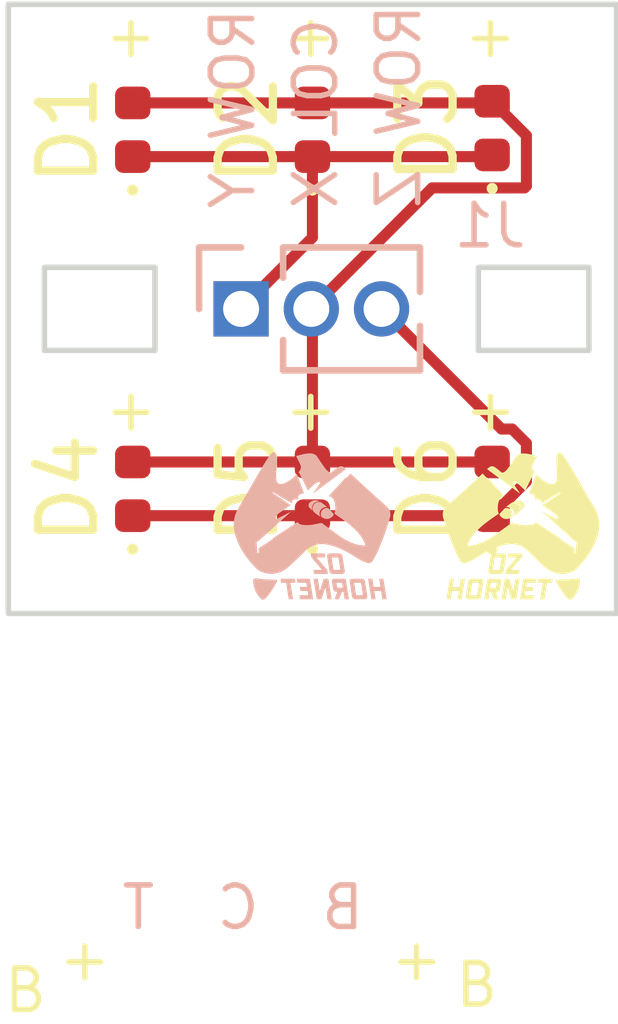
<source format=kicad_pcb>
(kicad_pcb (version 20240108) (generator "pcbnew") (generator_version "8.0")
  (layers (0 "F.Cu" signal) (31 "B.Cu" signal) (34 "B.Paste" user) (35 "F.Paste" user) (36 "B.SilkS" user "B.Silkscreen") (37 "F.SilkS" user "F.Silkscreen") (38 "B.Mask" user) (39 "F.Mask" user) (44 "Edge.Cuts" user))
  (net 0 "")
  (net 1 "/ROW_Y")
  (net 2 "/ROW_Z")
  (net 3 "/COL_X")
  (footprint "LED_SMD:LED_0402_1005Metric" (layer "F.Cu") (at 189.5 73.765 90)
    (property "Reference" "D2")
    (property "Value" "LED")
  )
  (footprint "LED_SMD:LED_0402_1005Metric" (layer "F.Cu") (at 189.5 80.25 90)
    (property "Reference" "D5")
    (property "Value" "LED")
  )
  (footprint "LED_SMD:LED_0402_1005Metric" (layer "F.Cu") (at 186.25 80.25 90)
    (property "Reference" "D4")
    (property "Value" "LED")
  )
  (footprint "LED_SMD:LED_0402_1005Metric" (layer "F.Cu") (at 192.75 80.25 90)
    (property "Reference" "D6")
    (property "Value" "LED")
  )
  (footprint "LED_SMD:LED_0402_1005Metric" (layer "F.Cu") (at 186.25 73.765 90)
    (property "Reference" "D1")
    (property "Value" "LED")
  )
  (footprint "LED_SMD:LED_0402_1005Metric" (layer "F.Cu") (at 192.75 73.735 90)
    (property "Reference" "D3")
    (property "Value" "LED")
  )
  (footprint "Connector_PinHeader_1.27mm:PinHeader_1x03_P1.27mm_Vertical" (layer "B.Cu") (at 188.21 77 -90)
    (property "Reference" "J1")
    (property "Value" "Conn_01x03_Pin" (hide yes))
  )
  (gr_poly (pts (xy 189.545217 80.458651) (xy 189.539462 80.45904) (xy 189.533751 80.459667) (xy 189.528085 80.460523) (xy 189.522462 80.461597) (xy 189.516879 80.462882) (xy 189.511337 80.464368) (xy 189.505832 80.466045) (xy 189.500364 80.467905) (xy 189.494931 80.469938) (xy 189.489532 80.472135) (xy 189.484166 80.474487) (xy 189.47883 80.476984) (xy 189.47568 80.478568) (xy 189.472605 80.480242) (xy 189.469607 80.482009) (xy 189.466689 80.48387) (xy 189.463855 80.485826) (xy 189.461105 80.487879) (xy 189.458442 80.49003) (xy 189.455869 80.492281) (xy 189.453389 80.494632) (xy 189.451003 80.497085) (xy 189.448715 80.499642) (xy 189.446525 80.502304) (xy 189.444438 80.505072) (xy 189.442455 80.507947) (xy 189.440579 80.510932) (xy 189.438812 80.514026) (xy 189.437371 80.51679) (xy 189.43605 80.519549) (xy 189.434847 80.522302) (xy 189.433763 80.525047) (xy 189.432797 80.527784) (xy 189.431948 80.530512) (xy 189.431217 80.533227) (xy 189.430603 80.535931) (xy 189.430105 80.53862) (xy 189.429723 80.541295) (xy 189.429456 80.543953) (xy 189.429305 80.546594) (xy 189.429268 80.549216) (xy 189.429345 80.551817) (xy 189.429536 80.554397) (xy 189.429841 80.556955) (xy 189.430259 80.559488) (xy 189.430789 80.561996) (xy 189.431431 80.564478) (xy 189.432185 80.566931) (xy 189.433051 80.569356) (xy 189.434027 80.57175) (xy 189.435113 80.574112) (xy 189.43631 80.576441) (xy 189.437616 80.578736) (xy 189.439032 80.580995) (xy 189.440556 80.583218) (xy 189.442188 80.585402) (xy 189.443928 80.587547) (xy 189.445776 80.589651) (xy 189.447731 80.591713) (xy 189.449792 80.593732) (xy 189.449792 80.593666) (xy 189.452914 80.596671) (xy 189.455986 80.599726) (xy 189.462038 80.605936) (xy 189.468052 80.612195) (xy 189.471078 80.615312) (xy 189.474134 80.618404) (xy 189.480878 80.625055) (xy 189.487752 80.631774) (xy 189.502114 80.645789) (xy 189.499245 80.637905) (xy 189.496889 80.630104) (xy 189.495043 80.622384) (xy 189.493705 80.614744) (xy 189.492872 80.607183) (xy 189.492542 80.5997) (xy 189.492713 80.592292) (xy 189.493382 80.584959) (xy 189.494548 80.5777) (xy 189.496207 80.570513) (xy 189.498358 80.563398) (xy 189.500997 80.556352) (xy 189.504124 80.549375) (xy 189.507735 80.542465) (xy 189.511828 80.535622) (xy 189.516401 80.528843) (xy 189.521449 80.522234) (xy 189.526763 80.516186) (xy 189.532332 80.510676) (xy 189.538149 80.505685) (xy 189.544201 80.501189) (xy 189.55048 80.497169) (xy 189.556976 80.493603) (xy 189.563679 80.49047) (xy 189.570578 80.487748) (xy 189.577665 80.485417) (xy 189.584928 80.483455) (xy 189.592359 80.481841) (xy 189.599948 80.480554) (xy 189.607683 80.479572) (xy 189.615556 80.478874) (xy 189.623557 80.47844) (xy 189.616926 80.475269) (xy 189.610264 80.47224) (xy 189.603556 80.469397) (xy 189.596785 80.46679) (xy 189.59337 80.465589) (xy 189.589933 80.464464) (xy 189.586471 80.463422) (xy 189.582983 80.462469) (xy 189.579466 80.461609) (xy 189.575919 80.460849) (xy 189.572338 80.460196) (xy 189.568723 80.459654) (xy 189.562771 80.459001) (xy 189.55687 80.458622) (xy 189.551019 80.458508)) (stroke (width -0.000001)) (fill solid) (layer "B.SilkS"))
  (gr_poly (pts (xy 189.632024 82.091869) (xy 189.597165 81.872661) (xy 189.519444 81.872661) (xy 189.578247 82.244996) (xy 189.663509 82.244996) (xy 189.735741 82.028766) (xy 189.769673 82.244996) (xy 189.847395 82.244996) (xy 189.788591 81.872661) (xy 189.704784 81.872661)) (stroke (width -0.000001)) (fill solid) (layer "B.SilkS"))
  (gr_poly (pts (xy 189.410121 79.611565) (xy 189.382173 79.615014) (xy 189.35417 79.619816) (xy 189.326473 79.625634) (xy 189.299445 79.632131) (xy 189.205251 79.658165) (xy 189.240432 79.730215) (xy 189.257741 79.765247) (xy 189.275366 79.799783) (xy 189.279673 79.808673) (xy 189.283296 79.817504) (xy 189.286235 79.826272) (xy 189.288491 79.834974) (xy 189.290068 79.843605) (xy 189.290965 79.85216) (xy 189.291184 79.860637) (xy 189.290728 79.86903) (xy 189.289597 79.877335) (xy 189.287794 79.885549) (xy 189.285319 79.893667) (xy 189.282174 79.901684) (xy 189.278362 79.909597) (xy 189.273883 79.917402) (xy 189.268738 79.925095) (xy 189.26293 79.93267) (xy 189.258368 79.937903) (xy 189.253719 79.943179) (xy 189.244211 79.953837) (xy 189.248874 79.953928) (xy 189.251206 79.953958) (xy 189.253537 79.953969) (xy 189.253682 79.953974) (xy 189.25383 79.953988) (xy 189.253981 79.954011) (xy 189.254135 79.954043) (xy 189.254291 79.954083) (xy 189.254449 79.954132) (xy 189.254609 79.954187) (xy 189.254769 79.95425) (xy 189.255093 79.954397) (xy 189.255416 79.954569) (xy 189.255737 79.954764) (xy 189.256051 79.954978) (xy 189.256356 79.955209) (xy 189.256648 79.955455) (xy 189.256925 79.955712) (xy 189.257184 79.955979) (xy 189.25742 79.956251) (xy 189.257632 79.956527) (xy 189.257816 79.956803) (xy 189.257897 79.956941) (xy 189.257969 79.957078) (xy 189.31836 80.078588) (xy 189.354145 80.15115) (xy 189.393634 80.231253) (xy 189.405392 80.255363) (xy 189.417249 80.27987) (xy 189.420423 80.277178) (xy 189.423491 80.274603) (xy 189.424984 80.273335) (xy 189.426448 80.272066) (xy 189.427883 80.270786) (xy 189.429287 80.269485) (xy 189.436369 80.262755) (xy 189.443426 80.255975) (xy 189.457465 80.242365) (xy 189.481005 80.219702) (xy 189.486861 80.214011) (xy 189.492672 80.208274) (xy 189.498424 80.202474) (xy 189.504098 80.196592) (xy 189.508425 80.192201) (xy 189.512867 80.187974) (xy 189.517414 80.183897) (xy 189.522059 80.179957) (xy 189.526791 80.176141) (xy 189.531601 80.172436) (xy 189.541421 80.165305) (xy 189.551445 80.15846) (xy 189.561602 80.151795) (xy 189.582018 80.138582) (xy 189.582632 80.138181) (xy 189.583258 80.137794) (xy 189.584533 80.137052) (xy 189.587111 80.135614) (xy 189.588373 80.134874) (xy 189.588988 80.134489) (xy 189.589589 80.13409) (xy 189.590175 80.133674) (xy 189.590741 80.133239) (xy 189.591286 80.132781) (xy 189.591807 80.132299) (xy 189.592323 80.13182) (xy 189.592839 80.131375) (xy 189.593357 80.130964) (xy 189.593877 80.130585) (xy 189.594398 80.130237) (xy 189.59492 80.129921) (xy 189.595445 80.129634) (xy 189.595971 80.129377) (xy 189.5965 80.129148) (xy 189.597031 80.128946) (xy 189.597564 80.128772) (xy 189.598099 80.128623) (xy 189.598637 80.1285) (xy 189.599177 80.128401) (xy 189.600266 80.128272) (xy 189.601366 80.128231) (xy 189.602479 80.128271) (xy 189.603606 80.128386) (xy 189.604746 80.128569) (xy 189.605902 80.128813) (xy 189.607074 80.129113) (xy 189.608262 80.129461) (xy 189.609468 80.129851) (xy 189.613098 80.131013) (xy 189.616743 80.132124) (xy 189.624062 80.134242) (xy 189.638705 80.138384) (xy 189.638902 80.13845) (xy 189.639098 80.138523) (xy 189.639294 80.138604) (xy 189.639491 80.138693) (xy 189.639899 80.138892) (xy 189.640334 80.13912) (xy 189.641337 80.139658) (xy 189.641932 80.139967) (xy 189.642607 80.140302) (xy 189.511374 80.334573) (xy 189.512432 80.335763) (xy 189.532805 80.320682) (xy 189.65749 80.227813) (xy 189.764448 80.148372) (xy 189.888471 80.056495) (xy 189.982928 79.986249) (xy 190.099807 79.899664) (xy 190.099675 79.899664) (xy 190.103553 79.896753) (xy 190.105507 79.895292) (xy 190.10748 79.893843) (xy 190.098617 79.885302) (xy 190.089753 79.876711) (xy 190.081974 79.869623) (xy 190.074272 79.863322) (xy 190.066625 79.857812) (xy 190.05901 79.853101) (xy 190.055207 79.851047) (xy 190.051403 79.849195) (xy 190.047596 79.847545) (xy 190.043782 79.846099) (xy 190.039958 79.844857) (xy 190.036123 79.84382) (xy 190.032272 79.842989) (xy 190.028403 79.842365) (xy 190.024513 79.841948) (xy 190.0206 79.841739) (xy 190.016659 79.841739) (xy 190.012689 79.841948) (xy 190.008687 79.842368) (xy 190.004649 79.843) (xy 190.000574 79.843843) (xy 189.996457 79.844899) (xy 189.992296 79.846169) (xy 189.988088 79.847653) (xy 189.98383 79.849352) (xy 189.97952 79.851267) (xy 189.97073 79.855747) (xy 189.961695 79.861101) (xy 189.950447 79.868553) (xy 189.939928 79.875975) (xy 189.920878 79.890556) (xy 189.904163 79.9045) (xy 189.889398 79.917465) (xy 189.8762 79.92911) (xy 189.864183 79.939091) (xy 189.858498 79.943351) (xy 189.852965 79.947067) (xy 189.847535 79.950196) (xy 189.842161 79.952696) (xy 189.836794 79.954523) (xy 189.831387 79.955635) (xy 189.825892 79.955989) (xy 189.82026 79.955542) (xy 189.814443 79.954251) (xy 189.808394 79.952075) (xy 189.802065 79.948969) (xy 189.795407 79.944891) (xy 189.788373 79.939798) (xy 189.780915 79.933648) (xy 189.772984 79.926398) (xy 189.764532 79.918005) (xy 189.755512 79.908426) (xy 189.745876 79.897619) (xy 189.724562 79.872147) (xy 189.689458 79.823114) (xy 189.655068 79.773573) (xy 189.621359 79.723561) (xy 189.588302 79.673114) (xy 189.581452 79.662834) (xy 189.57382 79.653609) (xy 189.565451 79.645395) (xy 189.556389 79.638152) (xy 189.54668 79.631837) (xy 189.53637 79.626407) (xy 189.525503 79.621822) (xy 189.514125 79.618037) (xy 189.502281 79.615013) (xy 189.490016 79.612705) (xy 189.477375 79.611073) (xy 189.464404 79.610074) (xy 189.437652 79.609806)) (stroke (width -0.000001)) (fill solid) (layer "B.SilkS"))
  (gr_poly (pts (xy 189.226815 81.947737) (xy 189.388475 81.947737) (xy 189.400183 82.021026) (xy 189.270471 82.021026) (xy 189.282245 82.096102) (xy 189.412023 82.096102) (xy 189.423731 82.169921) (xy 189.262137 82.169921) (xy 189.27391 82.244996) (xy 189.51316 82.244996) (xy 189.454356 81.872661) (xy 189.215041 81.872661)) (stroke (width -0.000001)) (fill solid) (layer "B.SilkS"))
  (gr_poly (pts (xy 188.789843 79.59109) (xy 188.778709 79.595839) (xy 188.766445 79.603559) (xy 188.753001 79.61442) (xy 188.738328 79.628598) (xy 188.661235 79.74472) (xy 188.587663 79.863169) (xy 188.516645 79.983306) (xy 188.447212 80.104493) (xy 188.309229 80.347466) (xy 188.238742 80.467976) (xy 188.165968 80.586985) (xy 188.1661 80.586721) (xy 188.148847 80.61697) (xy 188.133534 80.647347) (xy 188.12013 80.677856) (xy 188.108607 80.708503) (xy 188.098937 80.739291) (xy 188.091091 80.770227) (xy 188.08504 80.801315) (xy 188.080755 80.83256) (xy 188.078209 80.863967) (xy 188.077372 80.895541) (xy 188.078215 80.927287) (xy 188.08071 80.95921) (xy 188.084828 80.991314) (xy 188.090541 81.023605) (xy 188.097819 81.056088) (xy 188.106635 81.088768) (xy 188.120136 81.131978) (xy 188.134971 81.173864) (xy 188.151111 81.214517) (xy 188.16853 81.254032) (xy 188.187197 81.292502) (xy 188.207086 81.330019) (xy 188.228167 81.366678) (xy 188.250411 81.402572) (xy 188.273791 81.437793) (xy 188.298279 81.472436) (xy 188.323845 81.506593) (xy 188.350462 81.540359) (xy 188.378101 81.573825) (xy 188.406733 81.607086) (xy 188.436331 81.640235) (xy 188.466865 81.673365) (xy 188.488227 81.694127) (xy 188.511466 81.712844) (xy 188.536405 81.729492) (xy 188.562865 81.744052) (xy 188.590671 81.7565) (xy 188.619644 81.766817) (xy 188.649607 81.77498) (xy 188.680384 81.780967) (xy 188.711796 81.784758) (xy 188.743666 81.786331) (xy 188.775817 81.785663) (xy 188.808072 81.782735) (xy 188.840253 81.777523) (xy 188.872184 81.770007) (xy 188.903686 81.760166) (xy 188.934582 81.747977) (xy 188.943677 81.743899) (xy 188.952746 81.73963) (xy 188.961776 81.735172) (xy 188.970753 81.730526) (xy 188.979663 81.725695) (xy 188.988494 81.720682) (xy 188.997232 81.715489) (xy 189.005863 81.710117) (xy 189.014373 81.704569) (xy 189.02275 81.698848) (xy 189.030981 81.692955) (xy 189.03905 81.686892) (xy 189.046946 81.680663) (xy 189.054654 81.674269) (xy 189.062161 81.667712) (xy 189.069453 81.660995) (xy 189.107468 81.624962) (xy 189.144782 81.590164) (xy 189.218009 81.522379) (xy 189.25427 81.488439) (xy 189.290528 81.453836) (xy 189.326959 81.418093) (xy 189.363736 81.380736) (xy 189.385864 81.357851) (xy 189.408721 81.337386) (xy 189.432263 81.31926) (xy 189.456443 81.303389) (xy 189.481216 81.28969) (xy 189.506536 81.278082) (xy 189.532357 81.268482) (xy 189.558634 81.260807) (xy 189.585321 81.254975) (xy 189.612372 81.250902) (xy 189.639741 81.248508) (xy 189.667384 81.247709) (xy 189.695254 81.248422) (xy 189.723305 81.250565) (xy 189.751492 81.254056) (xy 189.779769 81.258812) (xy 189.83641 81.271789) (xy 189.892863 81.288835) (xy 189.948763 81.309291) (xy 190.003744 81.332497) (xy 190.057439 81.357791) (xy 190.109485 81.384514) (xy 190.159514 81.412005) (xy 190.207162 81.439605) (xy 190.339677 81.520725) (xy 190.373509 81.539766) (xy 190.390684 81.548715) (xy 190.40807 81.557189) (xy 190.425695 81.565117) (xy 190.443585 81.57243) (xy 190.46177 81.579057) (xy 190.480278 81.584928) (xy 190.490924 81.587612) (xy 190.496017 81.588703) (xy 190.500962 81.589625) (xy 190.505766 81.590374) (xy 190.510432 81.590948) (xy 190.514967 81.591345) (xy 190.519374 81.591563) (xy 190.523659 81.591599) (xy 190.527828 81.59145) (xy 190.531884 81.591116) (xy 190.535833 81.590592) (xy 190.539679 81.589878) (xy 190.543429 81.58897) (xy 190.547087 81.587866) (xy 190.550657 81.586565) (xy 190.554145 81.585063) (xy 190.557556 81.583358) (xy 190.560895 81.581448) (xy 190.564167 81.579331) (xy 190.567376 81.577004) (xy 190.570528 81.574465) (xy 190.573628 81.571712) (xy 190.576681 81.568742) (xy 190.579692 81.565554) (xy 190.582665 81.562144) (xy 190.585606 81.55851) (xy 190.58852 81.55465) (xy 190.591411 81.550562) (xy 190.594285 81.546244) (xy 190.597147 81.541692) (xy 190.600002 81.536906) (xy 190.610677 81.518311) (xy 190.621158 81.499587) (xy 190.631425 81.480732) (xy 190.641459 81.461747) (xy 190.651238 81.442632) (xy 190.660742 81.423387) (xy 190.669952 81.404011) (xy 190.678848 81.384506) (xy 190.711379 81.309843) (xy 190.742546 81.234684) (xy 190.772349 81.159027) (xy 190.800787 81.082872) (xy 190.827862 81.006218) (xy 190.853572 80.929064) (xy 190.877918 80.851408) (xy 190.900899 80.773252) (xy 190.904926 80.757354) (xy 190.90652 80.749562) (xy 190.907835 80.741873) (xy 190.908872 80.734283) (xy 190.909633 80.726793) (xy 190.910117 80.719398) (xy 190.910326 80.712099) (xy 190.910261 80.704892) (xy 190.909922 80.697777) (xy 190.909311 80.690751) (xy 190.908428 80.683812) (xy 190.907274 80.676959) (xy 190.90585 80.670189) (xy 190.904158 80.663501) (xy 190.902197 80.656893) (xy 190.899969 80.650363) (xy 190.897475 80.64391) (xy 190.894715 80.63753) (xy 190.891691 80.631224) (xy 190.888403 80.624988) (xy 190.884852 80.618821) (xy 190.881039 80.61272) (xy 190.876966 80.606685) (xy 190.868039 80.594803) (xy 190.858078 80.583159) (xy 190.847091 80.571739) (xy 190.835084 80.560527) (xy 190.509911 80.268824) (xy 190.348621 80.121558) (xy 190.268663 80.047181) (xy 190.189302 79.97216) (xy 190.171716 79.990259) (xy 190.154179 80.008408) (xy 190.145909 80.017065) (xy 190.137676 80.025779) (xy 190.129492 80.034555) (xy 190.121371 80.043399) (xy 190.120673 80.044133) (xy 190.119969 80.04482) (xy 190.119257 80.04546) (xy 190.118534 80.046051) (xy 190.117797 80.046591) (xy 190.117046 80.04708) (xy 190.116279 80.047516) (xy 190.115492 80.047897) (xy 190.114684 80.048222) (xy 190.113854 80.04849) (xy 190.112998 80.0487) (xy 190.112115 80.04885) (xy 190.111204 80.048938) (xy 190.110261 80.048964) (xy 190.109285 80.048926) (xy 190.108274 80.048823) (xy 190.107139 80.048691) (xy 190.106041 80.04862) (xy 190.104976 80.048611) (xy 190.103942 80.048666) (xy 190.102937 80.048785) (xy 190.101957 80.048972) (xy 190.101 80.049226) (xy 190.100063 80.04955) (xy 190.099145 80.049946) (xy 190.098241 80.050414) (xy 190.097351 80.050957) (xy 190.09647 80.051576) (xy 190.095596 80.052272) (xy 190.094728 80.053048) (xy 190.093861 80.053904) (xy 190.092994 80.054842) (xy 190.086262 80.062394) (xy 190.079468 80.069881) (xy 190.06575 80.084715) (xy 190.038159 80.114241) (xy 190.015116 80.139252) (xy 189.992122 80.164313) (xy 189.94496 80.215576) (xy 189.898261 80.266376) (xy 189.838266 80.33153) (xy 189.818208 80.353623) (xy 189.79805 80.375914) (xy 189.799779 80.378844) (xy 189.800654 80.380246) (xy 189.80155 80.381597) (xy 189.802479 80.38289) (xy 189.803451 80.384119) (xy 189.804476 80.385277) (xy 189.805566 80.386357) (xy 189.80673 80.387352) (xy 189.807344 80.387816) (xy 189.807981 80.388256) (xy 189.808642 80.388672) (xy 189.809329 80.389062) (xy 189.810042 80.389427) (xy 189.810784 80.389764) (xy 189.811555 80.390074) (xy 189.812357 80.390355) (xy 189.813191 80.390606) (xy 189.814059 80.390827) (xy 189.814962 80.391017) (xy 189.815901 80.391175) (xy 189.816878 80.3913) (xy 189.817893 80.391392) (xy 189.819221 80.391538) (xy 189.820549 80.391773) (xy 189.821877 80.39209) (xy 189.823203 80.392481) (xy 189.824526 80.39294) (xy 189.825845 80.393459) (xy 189.82716 80.394032) (xy 189.828469 80.39465) (xy 189.82977 80.395307) (xy 189.831064 80.395995) (xy 189.833623 80.397438) (xy 189.838597 80.400388) (xy 189.843558 80.403522) (xy 189.848256 80.406867) (xy 189.852701 80.410413) (xy 189.856905 80.414149) (xy 189.860881 80.418067) (xy 189.86464 80.422155) (xy 189.868194 80.426405) (xy 189.871554 80.430807) (xy 189.874734 80.43535) (xy 189.877743 80.440026) (xy 189.880595 80.444823) (xy 189.883301 80.449734) (xy 189.885873 80.454747) (xy 189.888323 80.459853) (xy 189.890662 80.465042) (xy 189.892903 80.470304) (xy 189.896033 80.478339) (xy 189.898841 80.486464) (xy 189.901352 80.49467) (xy 189.903594 80.502947) (xy 189.90559 80.511286) (xy 189.907367 80.519678) (xy 189.90895 80.528113) (xy 189.910365 80.536582) (xy 189.911061 80.541381) (xy 189.911626 80.5462) (xy 189.912086 80.551035) (xy 189.912466 80.55588) (xy 189.913673 80.575277) (xy 189.914124 80.582382) (xy 189.914508 80.589499) (xy 189.914637 80.593058) (xy 189.914705 80.596616) (xy 189.914697 80.60017) (xy 189.914599 80.60372) (xy 189.914055 80.614253) (xy 189.913315 80.624759) (xy 189.912299 80.635221) (xy 189.910928 80.645624) (xy 189.910084 80.650798) (xy 189.909122 80.655952) (xy 189.908032 80.661084) (xy 189.906804 80.666191) (xy 189.905427 80.671272) (xy 189.903893 80.676324) (xy 189.902191 80.681346) (xy 189.900311 80.686336) (xy 189.899794 80.687544) (xy 189.899238 80.688743) (xy 189.898649 80.689944) (xy 189.898029 80.691157) (xy 189.896721 80.693657) (xy 189.896041 80.694965) (xy 189.89535 80.696324) (xy 189.909547 80.706329) (xy 189.923991 80.716433) (xy 189.98096 80.756145) (xy 190.037828 80.796006) (xy 190.077152 80.824019) (xy 190.09669 80.838217) (xy 190.116079 80.852627) (xy 190.132284 80.864984) (xy 190.148333 80.877564) (xy 190.164197 80.890392) (xy 190.172049 80.896907) (xy 190.179843 80.903493) (xy 190.198879 80.919961) (xy 190.217728 80.936665) (xy 190.255117 80.970433) (xy 190.264251 80.978871) (xy 190.268776 80.983138) (xy 190.273266 80.98744) (xy 190.277716 80.991783) (xy 190.28212 80.996171) (xy 190.286473 81.000606) (xy 190.29077 81.005093) (xy 190.304667 81.019977) (xy 190.318304 81.035081) (xy 190.331645 81.050431) (xy 190.344654 81.066055) (xy 190.357294 81.081979) (xy 190.369528 81.098232) (xy 190.38132 81.114839) (xy 190.392635 81.131828) (xy 190.401746 81.14644) (xy 190.410413 81.161263) (xy 190.418612 81.176309) (xy 190.426319 81.191591) (xy 190.433512 81.207121) (xy 190.440167 81.222911) (xy 190.44626 81.238974) (xy 190.451769 81.255323) (xy 190.452419 81.257436) (xy 190.453036 81.259565) (xy 190.454216 81.263913) (xy 190.456664 81.273248) (xy 190.445634 81.273339) (xy 190.440423 81.273332) (xy 190.437855 81.27328) (xy 190.435299 81.273182) (xy 190.429347 81.272835) (xy 190.423401 81.272388) (xy 190.417467 81.271843) (xy 190.411552 81.271198) (xy 190.383754 81.268155) (xy 190.36988 81.266472) (xy 190.36296 81.265537) (xy 190.356056 81.264517) (xy 190.341669 81.26211) (xy 190.32738 81.259315) (xy 190.313186 81.256147) (xy 190.299088 81.252619) (xy 190.285082 81.248747) (xy 190.271168 81.244546) (xy 190.257344 81.24003) (xy 190.243608 81.235215) (xy 190.225148 81.228349) (xy 190.21596 81.224782) (xy 190.206806 81.221117) (xy 190.197693 81.217351) (xy 190.188625 81.213476) (xy 190.179609 81.209489) (xy 190.170649 81.205383) (xy 190.149299 81.195268) (xy 190.138667 81.19008) (xy 190.128084 81.184787) (xy 190.117563 81.179372) (xy 190.107118 81.173822) (xy 190.096763 81.168121) (xy 190.086512 81.162256) (xy 190.074078 81.154912) (xy 190.061726 81.147426) (xy 190.049451 81.139807) (xy 190.03725 81.132068) (xy 190.013046 81.116277) (xy 189.989079 81.100145) (xy 189.977101 81.091859) (xy 189.965215 81.08344) (xy 189.941636 81.066319) (xy 189.894689 81.03175) (xy 189.812073 80.971623) (xy 189.735873 80.915862) (xy 189.702742 80.891603) (xy 189.669661 80.867245) (xy 189.669093 80.866851) (xy 189.66853 80.86651) (xy 189.667971 80.86622) (xy 189.667414 80.865977) (xy 189.666857 80.86578) (xy 189.6663 80.865626) (xy 189.665742 80.865511) (xy 189.665179 80.865434) (xy 189.664612 80.865393) (xy 189.66404 80.865383) (xy 189.663459 80.865403) (xy 189.66287 80.86545) (xy 189.662271 80.865521) (xy 189.661661 80.865615) (xy 189.661038 80.865727) (xy 189.6604 80.865856) (xy 189.584754 80.881285) (xy 189.509059 80.896415) (xy 189.504855 80.897205) (xy 189.50063 80.897895) (xy 189.496388 80.898499) (xy 189.492134 80.899028) (xy 189.487869 80.899495) (xy 189.4836 80.899913) (xy 189.47506 80.900649) (xy 189.458985 80.901894) (xy 189.442905 80.903022) (xy 189.426811 80.903988) (xy 189.4107 80.90475) (xy 189.406034 80.904865) (xy 189.401363 80.904877) (xy 189.396689 80.904807) (xy 189.392014 80.904675) (xy 189.373327 80.903956) (xy 189.360264 80.903592) (xy 189.35699 80.903466) (xy 189.353719 80.903305) (xy 189.350455 80.903097) (xy 189.3472 80.902832) (xy 189.336627 80.901779) (xy 189.326106 80.900503) (xy 189.315655 80.898921) (xy 189.310463 80.897991) (xy 189.305296 80.896953) (xy 189.300158 80.895798) (xy 189.295049 80.894516) (xy 189.289974 80.893097) (xy 189.284934 80.89153) (xy 189.279932 80.889805) (xy 189.27497 80.887913) (xy 189.270052 80.885842) (xy 189.265179 80.883583) (xy 189.264721 80.883354) (xy 189.264265 80.883113) (xy 189.263812 80.88286) (xy 189.263362 80.882596) (xy 189.262916 80.882322) (xy 189.262474 80.882038) (xy 189.262038 80.881744) (xy 189.261607 80.881442) (xy 189.261182 80.881131) (xy 189.260765 80.880811) (xy 189.260354 80.880485) (xy 189.259951 80.880151) (xy 189.259557 80.87981) (xy 189.259172 80.879464) (xy 189.258797 80.879112) (xy 189.258432 80.878755) (xy 189.251848 80.872282) (xy 189.245294 80.865765) (xy 189.238778 80.859212) (xy 189.232305 80.852627) (xy 189.231927 80.852246) (xy 189.231559 80.851898) (xy 189.2312 80.851585) (xy 189.230845 80.85131) (xy 189.230492 80.851075) (xy 189.230315 80.850972) (xy 189.230137 80.850881) (xy 189.229958 80.8508) (xy 189.229778 80.85073) (xy 189.229595 80.850672) (xy 189.229411 80.850626) (xy 189.229223 80.850592) (xy 189.229033 80.85057) (xy 189.228839 80.85056) (xy 189.228641 80.850564) (xy 189.228439 80.85058) (xy 189.228232 80.85061) (xy 189.22802 80.850654) (xy 189.227803 80.850711) (xy 189.227579 80.850782) (xy 189.22735 80.850868) (xy 189.227114 80.850969) (xy 189.226871 80.851084) (xy 189.226621 80.851215) (xy 189.226363 80.851361) (xy 189.226097 80.851523) (xy 189.225822 80.851701) (xy 189.122238 80.919831) (xy 189 81) (xy 188.909844 81.0592) (xy 188.81585 81.12065) (xy 188.802373 81.129546) (xy 188.79561 81.133951) (xy 188.792211 81.136116) (xy 188.788797 81.138245) (xy 188.787989 81.138757) (xy 188.78723 81.139278) (xy 188.786525 81.139812) (xy 188.785878 81.14036) (xy 188.785293 81.140927) (xy 188.785025 81.141218) (xy 188.784774 81.141515) (xy 188.78454 81.141818) (xy 188.784325 81.142128) (xy 188.784129 81.142444) (xy 188.783951 81.142767) (xy 188.783794 81.143098) (xy 188.783657 81.143437) (xy 188.783541 81.143784) (xy 188.783446 81.14414) (xy 188.783372 81.144505) (xy 188.783322 81.14488) (xy 188.783294 81.145264) (xy 188.78329 81.145658) (xy 188.78331 81.146063) (xy 188.783354 81.146479) (xy 188.783424 81.146906) (xy 188.783519 81.147345) (xy 188.78364 81.147796) (xy 188.783788 81.148259) (xy 188.783963 81.148735) (xy 188.784166 81.149225) (xy 188.784312 81.149573) (xy 188.784437 81.149911) (xy 188.784544 81.15024) (xy 188.784632 81.150559) (xy 188.784702 81.150868) (xy 188.784754 81.151169) (xy 188.784787 81.151462) (xy 188.784804 81.151747) (xy 188.784804 81.152023) (xy 188.784787 81.152293) (xy 188.784754 81.152555) (xy 188.784705 81.152811) (xy 188.78464 81.15306) (xy 188.78456 81.153303) (xy 188.784466 81.15354) (xy 188.784357 81.153772) (xy 188.784233 81.153999) (xy 188.784096 81.154222) (xy 188.783946 81.154439) (xy 188.783782 81.154653) (xy 188.783606 81.154864) (xy 188.783417 81.15507) (xy 188.783216 81.155274) (xy 188.783004 81.155476) (xy 188.782545 81.155871) (xy 188.782044 81.156261) (xy 188.781503 81.156646) (xy 188.780925 81.15703) (xy 188.647509 81.244541) (xy 188.562512 81.300434) (xy 188.553975 81.306171) (xy 188.545463 81.311952) (xy 188.541185 81.314802) (xy 188.536876 81.317596) (xy 188.532524 81.32031) (xy 188.528116 81.322924) (xy 188.527567 81.323249) (xy 188.52705 81.323579) (xy 188.526564 81.323914) (xy 188.526107 81.324255) (xy 188.525679 81.3246) (xy 188.52528 81.324952) (xy 188.524907 81.325309) (xy 188.524562 81.325671) (xy 188.524241 81.326039) (xy 188.523946 81.326412) (xy 188.523675 81.326792) (xy 188.523427 81.327177) (xy 188.523201 81.327568) (xy 188.522997 81.327965) (xy 188.522814 81.328368) (xy 188.522651 81.328778) (xy 188.522381 81.329615) (xy 188.522181 81.330478) (xy 188.522046 81.331366) (xy 188.521967 81.332281) (xy 188.52194 81.333224) (xy 188.521956 81.334194) (xy 188.522011 81.335192) (xy 188.522097 81.336219) (xy 188.522339 81.338625) (xy 188.522611 81.341031) (xy 188.523188 81.345843) (xy 188.523465 81.348249) (xy 188.523715 81.350655) (xy 188.523925 81.353062) (xy 188.524081 81.355468) (xy 188.524551 81.363723) (xy 188.524966 81.372004) (xy 188.525103 81.376146) (xy 188.525169 81.380285) (xy 188.525144 81.384417) (xy 188.525007 81.38854) (xy 188.524938 81.389746) (xy 188.524832 81.390957) (xy 188.524691 81.392171) (xy 188.524515 81.393388) (xy 188.524307 81.394605) (xy 188.524068 81.395821) (xy 188.523799 81.397036) (xy 188.523502 81.398247) (xy 188.523179 81.399454) (xy 188.522831 81.400655) (xy 188.522068 81.403033) (xy 188.521223 81.40537) (xy 188.520311 81.407657) (xy 188.520001 81.40836) (xy 188.51968 81.409019) (xy 188.519348 81.409634) (xy 188.519005 81.410205) (xy 188.518654 81.410732) (xy 188.518293 81.411214) (xy 188.517923 81.411652) (xy 188.517546 81.412045) (xy 188.517161 81.412394) (xy 188.51677 81.412699) (xy 188.516373 81.412959) (xy 188.51597 81.413175) (xy 188.515563 81.413346) (xy 188.515151 81.413473) (xy 188.514735 81.413556) (xy 188.514316 81.413593) (xy 188.513895 81.413587) (xy 188.513472 81.413535) (xy 188.513047 81.413439) (xy 188.512622 81.413299) (xy 188.512196 81.413113) (xy 188.511771 81.412883) (xy 188.511347 81.412608) (xy 188.510925 81.412289) (xy 188.510505 81.411925) (xy 188.510088 81.411516) (xy 188.509674 81.411062) (xy 188.509264 81.410563) (xy 188.508859 81.41002) (xy 188.508459 81.409431) (xy 188.508065 81.408798) (xy 188.507677 81.40812) (xy 188.507081 81.407007) (xy 188.50651 81.405877) (xy 188.505963 81.404731) (xy 188.505439 81.40357) (xy 188.504459 81.401211) (xy 188.503567 81.39881) (xy 188.502759 81.396377) (xy 188.502031 81.393925) (xy 188.501378 81.391464) (xy 188.500798 81.389004) (xy 188.500278 81.386384) (xy 188.499851 81.383739) (xy 188.499505 81.381071) (xy 188.499227 81.378387) (xy 188.499004 81.37569) (xy 188.498826 81.372986) (xy 188.498549 81.367572) (xy 188.496366 81.315251) (xy 188.494952 81.285783) (xy 188.493389 81.256315) (xy 188.492701 81.245213) (xy 188.49195 81.234123) (xy 188.490413 81.211931) (xy 188.490401 81.211517) (xy 188.490415 81.211108) (xy 188.490455 81.210702) (xy 188.490519 81.210302) (xy 188.490608 81.209907) (xy 188.490722 81.209518) (xy 188.490858 81.209135) (xy 188.491018 81.208759) (xy 188.491201 81.20839) (xy 188.491406 81.208029) (xy 188.491632 81.207677) (xy 188.49188 81.207332) (xy 188.492149 81.206998) (xy 188.492438 81.206672) (xy 188.492747 81.206357) (xy 188.493075 81.206052) (xy 188.493788 81.205477) (xy 188.494574 81.204949) (xy 188.495428 81.204473) (xy 188.496347 81.204052) (xy 188.497327 81.203691) (xy 188.498365 81.203393) (xy 188.499457 81.203162) (xy 188.500599 81.203001) (xy 188.50131 81.202915) (xy 188.502044 81.202816) (xy 188.502787 81.202726) (xy 188.503158 81.202689) (xy 188.503526 81.202662) (xy 188.503889 81.202647) (xy 188.504246 81.202645) (xy 188.504595 81.20266) (xy 188.504934 81.202694) (xy 188.505261 81.20275) (xy 188.505575 81.202829) (xy 188.505726 81.202878) (xy 188.505873 81.202934) (xy 188.506017 81.202997) (xy 188.506155 81.203067) (xy 188.506724 81.203349) (xy 188.507278 81.203588) (xy 188.507818 81.203786) (xy 188.508344 81.203943) (xy 188.508856 81.204063) (xy 188.509355 81.204146) (xy 188.509842 81.204194) (xy 188.510316 81.204208) (xy 188.51078 81.204191) (xy 188.511232 81.204144) (xy 188.511674 81.204068) (xy 188.512106 81.203965) (xy 188.512529 81.203837) (xy 188.512943 81.203685) (xy 188.513348 81.20351) (xy 188.513746 81.203315) (xy 188.514136 81.203102) (xy 188.514519 81.20287) (xy 188.515267 81.202362) (xy 188.515994 81.201803) (xy 188.516704 81.201207) (xy 188.519451 81.198702) (xy 188.557683 81.163711) (xy 188.605308 81.121047) (xy 188.640365 81.089164) (xy 188.692422 81.042201) (xy 188.72781 81.009922) (xy 188.778346 80.964413) (xy 188.803018 80.941857) (xy 188.854281 80.895621) (xy 188.86622 80.884683) (xy 188.872178 80.879222) (xy 188.87816 80.873793) (xy 188.929819 80.827227) (xy 188.963686 80.796535) (xy 189.016206 80.749175) (xy 189.03333 80.733655) (xy 189.050403 80.718086) (xy 189.113044 80.661201) (xy 189.113054 80.661186) (xy 189.11306 80.661166) (xy 189.113062 80.661142) (xy 189.11306 80.661113) (xy 189.113056 80.661078) (xy 189.113048 80.661039) (xy 189.113027 80.660944) (xy 189.113 80.660828) (xy 189.112969 80.660689) (xy 189.112939 80.660527) (xy 189.112924 80.660437) (xy 189.112911 80.660341) (xy 188.84469 80.798321) (xy 188.841383 80.790913) (xy 188.835595 80.777402) (xy 188.832751 80.770616) (xy 188.830006 80.763793) (xy 188.829903 80.763468) (xy 188.82982 80.763117) (xy 188.829755 80.762743) (xy 188.82971 80.762352) (xy 188.829684 80.761948) (xy 188.829678 80.761535) (xy 188.829691 80.761118) (xy 188.829724 80.7607) (xy 188.829778 80.760288) (xy 188.829852 80.759885) (xy 188.829946 80.759495) (xy 188.830061 80.759123) (xy 188.830197 80.758774) (xy 188.830355 80.758452) (xy 188.830441 80.758302) (xy 188.830533 80.758161) (xy 188.830631 80.758029) (xy 188.830733 80.757906) (xy 188.872207 80.70995) (xy 188.874464 80.707424) (xy 188.876815 80.705023) (xy 188.87925 80.702735) (xy 188.881762 80.700549) (xy 188.88434 80.698453) (xy 188.886977 80.696435) (xy 188.889663 80.694483) (xy 188.892389 80.692587) (xy 188.897929 80.688913) (xy 188.903526 80.685319) (xy 188.909108 80.681713) (xy 188.914606 80.678002) (xy 188.980123 80.632634) (xy 189.045839 80.587514) (xy 189.107686 80.544982) (xy 189.106959 80.544391) (xy 189.106263 80.543808) (xy 189.104932 80.542684) (xy 189.104285 80.542148) (xy 189.103639 80.541634) (xy 189.102989 80.541144) (xy 189.102661 80.54091) (xy 189.102328 80.540683) (xy 189.002448 80.473082) (xy 188.896681 80.401314) (xy 188.845252 80.36624) (xy 188.819495 80.348777) (xy 188.793625 80.331464) (xy 188.792762 80.33087) (xy 188.791931 80.330254) (xy 188.790361 80.328961) (xy 188.788902 80.327596) (xy 188.78754 80.326166) (xy 188.786262 80.324681) (xy 188.785054 80.32315) (xy 188.783903 80.321583) (xy 188.782794 80.319987) (xy 188.778519 80.313511) (xy 188.777423 80.311914) (xy 188.776288 80.310344) (xy 188.7751 80.30881) (xy 188.773848 80.307321) (xy 188.774774 80.306064) (xy 189.123164 80.510521) (xy 189.124555 80.50392) (xy 189.12586 80.497506) (xy 189.12653 80.494365) (xy 189.127238 80.491266) (xy 189.128006 80.488207) (xy 189.128853 80.485187) (xy 189.130476 80.480336) (xy 189.132368 80.475778) (xy 189.134521 80.471511) (xy 189.136931 80.467535) (xy 189.139592 80.463848) (xy 189.142498 80.460447) (xy 189.145645 80.457333) (xy 189.149027 80.454503) (xy 189.152638 80.451956) (xy 189.156474 80.449691) (xy 189.160528 80.447705) (xy 189.164795 80.445998) (xy 189.169269 80.444569) (xy 189.173947 80.443414) (xy 189.178821 80.442534) (xy 189.183886 80.441927) (xy 189.186411 80.441733) (xy 189.188926 80.441595) (xy 189.19393 80.441476) (xy 189.198906 80.441547) (xy 189.203862 80.441787) (xy 189.208806 80.442172) (xy 189.213745 80.442681) (xy 189.218687 80.44329) (xy 189.22364 80.443978) (xy 189.224105 80.444023) (xy 189.224582 80.444036) (xy 189.22507 80.444018) (xy 189.225564 80.443972) (xy 189.226064 80.443898) (xy 189.226567 80.443799) (xy 189.227072 80.443676) (xy 189.227575 80.443531) (xy 189.228076 80.443367) (xy 189.228571 80.443183) (xy 189.229059 80.442983) (xy 189.229537 80.442769) (xy 189.230004 80.442541) (xy 189.230457 80.442301) (xy 189.230894 80.442052) (xy 189.231313 80.441795) (xy 189.231911 80.441383) (xy 189.232491 80.440942) (xy 189.233057 80.440478) (xy 189.23361 80.439995) (xy 189.234154 80.439497) (xy 189.23469 80.438988) (xy 189.235753 80.437959) (xy 189.236818 80.436941) (xy 189.237359 80.436449) (xy 189.237908 80.435972) (xy 189.238468 80.435517) (xy 189.239042 80.435087) (xy 189.239633 80.434686) (xy 189.240242 80.434321) (xy 189.240668 80.434082) (xy 189.241064 80.433839) (xy 189.241433 80.433591) (xy 189.241774 80.433338) (xy 189.242088 80.433079) (xy 189.242377 80.432816) (xy 189.242641 80.432548) (xy 189.242881 80.432274) (xy 189.243098 80.431996) (xy 189.243292 80.431712) (xy 189.243465 80.431424) (xy 189.243618 80.43113) (xy 189.24375 80.430831) (xy 189.243864 80.430528) (xy 189.243959 80.430219) (xy 189.244037 80.429905) (xy 189.244099 80.429587) (xy 189.244145 80.429263) (xy 189.244194 80.4286) (xy 189.24419 80.427917) (xy 189.24414 80.427214) (xy 189.244051 80.426491) (xy 189.243929 80.425747) (xy 189.243616 80.4242) (xy 189.243108 80.421783) (xy 189.242679 80.419367) (xy 189.242329 80.416954) (xy 189.24206 80.414544) (xy 189.241875 80.412137) (xy 189.241775 80.409735) (xy 189.241762 80.407337) (xy 189.241838 80.404944) (xy 189.242005 80.402556) (xy 189.242264 80.400174) (xy 189.242617 80.397798) (xy 189.243067 80.39543) (xy 189.243615 80.393069) (xy 189.244262 80.390715) (xy 189.245012 80.38837) (xy 189.245865 80.386034) (xy 189.246923 80.383504) (xy 189.248086 80.381069) (xy 189.249352 80.378727) (xy 189.250716 80.376475) (xy 189.252176 80.374309) (xy 189.253727 80.372227) (xy 189.255367 80.370224) (xy 189.257093 80.368299) (xy 189.258901 80.366447) (xy 189.260788 80.364665) (xy 189.26275 80.362951) (xy 189.264784 80.361301) (xy 189.266888 80.359711) (xy 189.269057 80.35818) (xy 189.271289 80.356702) (xy 189.27358 80.355276) (xy 189.277676 80.352911) (xy 189.281826 80.350721) (xy 189.286028 80.348694) (xy 189.290277 80.346822) (xy 189.294572 80.345094) (xy 189.298908 80.3435) (xy 189.303284 80.34203) (xy 189.307695 80.340675) (xy 189.312138 80.339423) (xy 189.316611 80.338264) (xy 189.325632 80.336189) (xy 189.334735 80.334368) (xy 189.343893 80.332721) (xy 189.344538 80.332591) (xy 189.345186 80.33245) (xy 189.346497 80.332142) (xy 189.349251 80.331464) (xy 189.219076 79.981089) (xy 189.189931 80.010544) (xy 189.174688 80.02508) (xy 189.15903 80.039375) (xy 189.14298 80.053346) (xy 189.126563 80.066908) (xy 189.109802 80.079978) (xy 189.092721 80.092471) (xy 189.075343 80.104302) (xy 189.057694 80.115388) (xy 189.039796 80.125644) (xy 189.021674 80.134987) (xy 189.003351 80.143331) (xy 188.98485 80.150594) (xy 188.966197 80.15669) (xy 188.947415 80.161535) (xy 188.943047 80.162128) (xy 188.93874 80.162566) (xy 188.934498 80.16285) (xy 188.930322 80.162979) (xy 188.926216 80.162954) (xy 188.922184 80.162775) (xy 188.918229 80.162441) (xy 188.914353 80.161952) (xy 188.910561 80.161308) (xy 188.906855 80.16051) (xy 188.903239 80.159556) (xy 188.899716 80.158448) (xy 188.89629 80.157185) (xy 188.892962 80.155767) (xy 188.889737 80.154193) (xy 188.886618 80.152465) (xy 188.883609 80.150581) (xy 188.880711 80.148542) (xy 188.877929 80.146348) (xy 188.875266 80.143998) (xy 188.872725 80.141493) (xy 188.870309 80.138832) (xy 188.868022 80.136016) (xy 188.865866 80.133044) (xy 188.863846 80.129916) (xy 188.861963 80.126633) (xy 188.860222 80.123193) (xy 188.858626 80.119598) (xy 188.857178 80.115847) (xy 188.85588 80.11194) (xy 188.854737 80.107877) (xy 188.853752 80.103658) (xy 188.850391 80.086071) (xy 188.847645 80.068273) (xy 188.845512 80.050318) (xy 188.843988 80.032261) (xy 188.843068 80.014158) (xy 188.842748 79.996064) (xy 188.843026 79.978033) (xy 188.843897 79.960121) (xy 188.851474 79.852808) (xy 188.854701 79.777532) (xy 188.854785 79.739342) (xy 188.853322 79.702632) (xy 188.849915 79.668788) (xy 188.847359 79.653375) (xy 188.844168 79.639198) (xy 188.840293 79.62643) (xy 188.835683 79.615246) (xy 188.830291 79.605818) (xy 188.824065 79.59832) (xy 188.816957 79.592925) (xy 188.808917 79.589806) (xy 188.799895 79.589136)) (stroke (width -0.000001)) (fill solid) (layer "B.SilkS"))
  (gr_poly (pts (xy 190.223121 81.87276) (xy 190.219714 81.872903) (xy 190.216338 81.873127) (xy 190.213005 81.873444) (xy 190.209726 81.873869) (xy 190.206512 81.874414) (xy 190.203375 81.875093) (xy 190.200327 81.875919) (xy 190.197378 81.876906) (xy 190.194541 81.878067) (xy 190.191827 81.879415) (xy 190.189246 81.880964) (xy 190.186811 81.882727) (xy 190.184533 81.884718) (xy 190.183457 81.885803) (xy 190.182424 81.886949) (xy 190.180874 81.888915) (xy 190.179474 81.890997) (xy 190.178223 81.893199) (xy 190.17712 81.895528) (xy 190.176164 81.89799) (xy 190.175354 81.900589) (xy 190.174691 81.903331) (xy 190.174172 81.906222) (xy 190.173797 81.909268) (xy 190.173566 81.912473) (xy 190.173478 81.915843) (xy 190.173531 81.919384) (xy 190.173726 81.923102) (xy 190.17406 81.927001) (xy 190.174535 81.931088) (xy 190.175148 81.935368) (xy 190.214835 82.185135) (xy 190.21562 82.189706) (xy 190.216501 82.194047) (xy 190.217475 82.198164) (xy 190.218544 82.202061) (xy 190.219707 82.205746) (xy 190.220964 82.209222) (xy 190.222314 82.212496) (xy 190.223758 82.215574) (xy 190.225294 82.218461) (xy 190.226924 82.221162) (xy 190.228646 82.223683) (xy 190.230461 82.22603) (xy 190.232368 82.228208) (xy 190.234367 82.230223) (xy 190.236457 82.23208) (xy 190.238639 82.233785) (xy 190.240913 82.235343) (xy 190.243277 82.236761) (xy 190.245732 82.238043) (xy 190.248278 82.239196) (xy 190.250914 82.240224) (xy 190.253641 82.241134) (xy 190.256457 82.24193) (xy 190.259363 82.242619) (xy 190.265442 82.243697) (xy 190.271878 82.244412) (xy 190.278668 82.244808) (xy 190.28581 82.24493) (xy 190.436622 82.24493) (xy 190.443536 82.244832) (xy 190.446971 82.244688) (xy 190.450375 82.244463) (xy 190.453737 82.244144) (xy 190.457045 82.243717) (xy 190.460288 82.243167) (xy 190.463452 82.242483) (xy 190.466528 82.24165) (xy 190.469503 82.240654) (xy 190.472365 82.239483) (xy 190.475103 82.238122) (xy 190.477705 82.236557) (xy 190.48016 82.234777) (xy 190.482454 82.232765) (xy 190.483538 82.231669) (xy 190.484578 82.230511) (xy 190.486117 82.228563) (xy 190.487511 82.226488) (xy 190.48876 82.224282) (xy 190.489864 82.221943) (xy 190.490824 82.219466) (xy 190.491639 82.216849) (xy 190.49231 82.214088) (xy 190.492838 82.21118) (xy 190.493222 82.208121) (xy 190.493463 82.204909) (xy 190.493561 82.20154) (xy 190.493517 82.19801) (xy 190.49333 82.194318) (xy 190.493002 82.190458) (xy 190.492531 82.186428) (xy 190.49192 82.182224) (xy 190.489944 82.169789) (xy 190.412148 82.169789) (xy 190.29712 82.169789) (xy 190.295535 82.169786) (xy 190.293714 82.169764) (xy 190.292789 82.16974) (xy 190.291893 82.169705) (xy 190.291056 82.169656) (xy 190.290307 82.169591) (xy 190.290205 82.169177) (xy 190.290096 82.168679) (xy 190.289978 82.168091) (xy 190.289853 82.167408) (xy 190.289718 82.166626) (xy 190.289573 82.16574) (xy 190.289417 82.164745) (xy 190.289249 82.163637) (xy 190.255449 81.951508) (xy 190.255192 81.949308) (xy 190.255086 81.948401) (xy 190.254986 81.947605) (xy 190.258888 81.947605) (xy 190.258888 81.947737) (xy 190.36955 81.947737) (xy 190.371204 81.947741) (xy 190.373155 81.94777) (xy 190.374134 81.947802) (xy 190.375057 81.947849) (xy 190.375881 81.947914) (xy 190.376242 81.947955) (xy 190.376562 81.948002) (xy 190.376673 81.948323) (xy 190.376807 81.948751) (xy 190.37696 81.949298) (xy 190.377132 81.949978) (xy 190.377224 81.950372) (xy 190.377319 81.950803) (xy 190.377418 81.951275) (xy 190.37752 81.951788) (xy 190.377624 81.952344) (xy 190.377731 81.952944) (xy 190.37784 81.953591) (xy 190.377951 81.954286) (xy 190.411751 82.166019) (xy 190.411888 82.167175) (xy 190.411999 82.168176) (xy 190.412086 82.169042) (xy 190.412148 82.169789) (xy 190.489944 82.169789) (xy 190.452232 81.932458) (xy 190.451446 81.927886) (xy 190.450565 81.923545) (xy 190.449587 81.919429) (xy 190.448514 81.915531) (xy 190.447347 81.911847) (xy 190.446084 81.90837) (xy 190.444727 81.905096) (xy 190.443275 81.902018) (xy 190.441729 81.899132) (xy 190.44009 81.89643) (xy 190.438356 81.893909) (xy 190.43653 81.891562) (xy 190.43461 81.889384) (xy 190.432598 81.88737) (xy 190.430493 81.885512) (xy 190.428296 81.883807) (xy 190.426007 81.882249) (xy 190.423626 81.880831) (xy 190.421153 81.879549) (xy 190.418589 81.878396) (xy 190.415934 81.877368) (xy 190.413189 81.876458) (xy 190.410352 81.875662) (xy 190.407426 81.874973) (xy 190.401303 81.873895) (xy 190.394822 81.87318) (xy 190.387986 81.872784) (xy 190.380795 81.872662) (xy 190.229982 81.872662)) (stroke (width -0.000001)) (fill solid) (layer "B.SilkS"))
  (gr_poly (pts (xy 189.75758 80.595783) (xy 189.752811 80.596511) (xy 189.743273 80.59794) (xy 189.73853 80.598731) (xy 189.733821 80.59963) (xy 189.729161 80.600683) (xy 189.726853 80.601281) (xy 189.724562 80.601934) (xy 189.718695 80.603901) (xy 189.712984 80.606221) (xy 189.707441 80.608878) (xy 189.702078 80.611858) (xy 189.696907 80.615146) (xy 189.691942 80.618727) (xy 189.687193 80.622586) (xy 189.682674 80.626708) (xy 189.678397 80.631078) (xy 189.674374 80.635681) (xy 189.670617 80.640503) (xy 189.667139 80.645529) (xy 189.663952 80.650743) (xy 189.661068 80.656131) (xy 189.658499 80.661678) (xy 189.656258 80.667369) (xy 189.654358 80.673188) (xy 189.652809 80.679122) (xy 189.651626 80.685156) (xy 189.650819 80.691273) (xy 189.650402 80.69746) (xy 189.650386 80.703702) (xy 189.650784 80.709983) (xy 189.651608 80.71629) (xy 189.652871 80.722606) (xy 189.654585 80.728917) (xy 189.656761 80.735208) (xy 189.659413 80.741464) (xy 189.662552 80.747671) (xy 189.666191 80.753813) (xy 189.670343 80.759875) (xy 189.675019 80.765843) (xy 189.675323 80.766202) (xy 189.675638 80.766558) (xy 189.675965 80.76691) (xy 189.676303 80.767258) (xy 189.67665 80.7676) (xy 189.677007 80.767935) (xy 189.677373 80.768262) (xy 189.677747 80.76858) (xy 189.678129 80.768888) (xy 189.678519 80.769185) (xy 189.678915 80.769469) (xy 189.679316 80.769741) (xy 189.679724 80.769998) (xy 189.680136 80.770239) (xy 189.680552 80.770464) (xy 189.680972 80.770672) (xy 189.689101 80.774492) (xy 189.697236 80.778262) (xy 189.705408 80.781908) (xy 189.709517 80.783662) (xy 189.713648 80.785356) (xy 189.716646 80.786519) (xy 189.71966 80.787601) (xy 189.72269 80.788603) (xy 189.725737 80.789523) (xy 189.7288 80.790364) (xy 189.731878 80.791123) (xy 189.734972 80.791802) (xy 189.738081 80.792401) (xy 189.741204 80.792919) (xy 189.744342 80.793356) (xy 189.747494 80.793712) (xy 189.75066 80.793988) (xy 189.753839 80.794184) (xy 189.757032 80.794298) (xy 189.760238 80.794332) (xy 189.763456 80.794286) (xy 189.770397 80.79392) (xy 189.777186 80.793201) (xy 189.783825 80.792141) (xy 189.790321 80.790752) (xy 189.796679 80.789046) (xy 189.802902 80.787034) (xy 189.808997 80.784728) (xy 189.814967 80.78214) (xy 189.820818 80.779281) (xy 189.826554 80.776164) (xy 189.832181 80.772799) (xy 189.837703 80.769199) (xy 189.843124 80.765376) (xy 189.848451 80.76134) (xy 189.853687 80.757104) (xy 189.858838 80.75268) (xy 189.861155 80.75057) (xy 189.863389 80.748405) (xy 189.865536 80.746182) (xy 189.867589 80.743899) (xy 189.869544 80.741555) (xy 189.871397 80.739146) (xy 189.873141 80.736671) (xy 189.874771 80.734126) (xy 189.876283 80.731511) (xy 189.877671 80.728821) (xy 189.87893 80.726056) (xy 189.880055 80.723212) (xy 189.881042 80.720288) (xy 189.881883 80.717281) (xy 189.882576 80.714188) (xy 189.883114 80.711008) (xy 189.8832 80.710237) (xy 189.88326 80.709484) (xy 189.88329 80.70875) (xy 189.883289 80.708032) (xy 189.883255 80.707329) (xy 189.883186 80.706641) (xy 189.883079 80.705966) (xy 189.882932 80.705303) (xy 189.882743 80.704651) (xy 189.88251 80.704009) (xy 189.882231 80.703375) (xy 189.881904 80.702748) (xy 189.881527 80.702128) (xy 189.881097 80.701513) (xy 189.880612 80.700901) (xy 189.880071 80.700293) (xy 189.83868 80.655843) (xy 189.818121 80.633506) (xy 189.797786 80.610996) (xy 189.795936 80.609003) (xy 189.794056 80.607143) (xy 189.792142 80.605421) (xy 189.79019 80.60384) (xy 189.788196 80.602402) (xy 189.786155 80.601113) (xy 189.784064 80.599974) (xy 189.781919 80.59899) (xy 189.779716 80.598165) (xy 189.77745 80.5975) (xy 189.775119 80.597001) (xy 189.772717 80.596671) (xy 189.770242 80.596513) (xy 189.767688 80.59653) (xy 189.765053 80.596726) (xy 189.762331 80.597105) (xy 189.762331 80.594988)) (stroke (width -0.000001)) (fill solid) (layer "B.SilkS"))
  (gr_poly (pts (xy 189.629378 80.488097) (xy 189.626997 80.488174) (xy 189.624616 80.488221) (xy 189.619853 80.488295) (xy 189.616066 80.488443) (xy 189.612296 80.488668) (xy 189.608545 80.488974) (xy 189.604815 80.489366) (xy 189.601108 80.48985) (xy 189.597424 80.49043) (xy 189.593767 80.491112) (xy 189.590137 80.4919) (xy 189.586537 80.4928) (xy 189.582968 80.493817) (xy 189.579432 80.494955) (xy 189.57593 80.49622) (xy 189.572465 80.497617) (xy 189.569038 80.499151) (xy 189.565652 80.500827) (xy 189.562306 80.502649) (xy 189.558017 80.505237) (xy 189.5539 80.507987) (xy 189.549952 80.510892) (xy 189.546167 80.513948) (xy 189.54254 80.517147) (xy 189.539066 80.520485) (xy 189.53574 80.523956) (xy 189.532557 80.527553) (xy 189.529512 80.531271) (xy 189.5266 80.535104) (xy 189.523816 80.539047) (xy 189.521155 80.543093) (xy 189.518612 80.547237) (xy 189.516181 80.551472) (xy 189.513859 80.555794) (xy 189.511639 80.560196) (xy 189.509665 80.564479) (xy 189.507923 80.568768) (xy 189.506405 80.573058) (xy 189.505109 80.577347) (xy 189.504028 80.58163) (xy 189.50316 80.585903) (xy 189.502498 80.590163) (xy 189.502038 80.594405) (xy 189.501776 80.598625) (xy 189.501707 80.60282) (xy 189.501826 80.606986) (xy 189.502129 80.611119) (xy 189.50261 80.615215) (xy 189.503266 80.619271) (xy 189.504092 80.623281) (xy 189.505082 80.627243) (xy 189.506233 80.631152) (xy 189.507539 80.635005) (xy 189.508996 80.638798) (xy 189.510599 80.642526) (xy 189.512344 80.646186) (xy 189.514226 80.649775) (xy 189.516241 80.653287) (xy 189.518382 80.65672) (xy 189.52303 80.663331) (xy 189.528133 80.669576) (xy 189.533653 80.675425) (xy 189.539552 80.680846) (xy 189.539618 80.680912) (xy 189.545633 80.68596) (xy 189.551743 80.690889) (xy 189.564225 80.700417) (xy 189.577016 80.709547) (xy 189.590071 80.718334) (xy 189.603343 80.726829) (xy 189.616786 80.735085) (xy 189.630352 80.743156) (xy 189.643997 80.751093) (xy 189.64603 80.752222) (xy 189.648064 80.753333) (xy 189.652132 80.755524) (xy 189.65205 80.755124) (xy 189.651954 80.754742) (xy 189.651844 80.754375) (xy 189.651721 80.754024) (xy 189.651587 80.753686) (xy 189.651442 80.753362) (xy 189.651287 80.753049) (xy 189.651124 80.752746) (xy 189.650953 80.752453) (xy 189.650775 80.752168) (xy 189.650591 80.75189) (xy 189.650402 80.751618) (xy 189.650014 80.751086) (xy 189.649619 80.750563) (xy 189.647537 80.747892) (xy 189.645536 80.745185) (xy 189.64362 80.74244) (xy 189.641794 80.739656) (xy 189.640063 80.73683) (xy 189.638432 80.733962) (xy 189.636906 80.731049) (xy 189.635489 80.72809) (xy 189.634185 80.725083) (xy 189.633 80.722026) (xy 189.631939 80.718918) (xy 189.631006 80.715756) (xy 189.630206 80.71254) (xy 189.629544 80.709266) (xy 189.629024 80.705934) (xy 189.628651 80.702542) (xy 189.628255 80.695925) (xy 189.62823 80.689446) (xy 189.628572 80.683105) (xy 189.629277 80.676902) (xy 189.630341 80.670839) (xy 189.63176 80.664916) (xy 189.633529 80.659134) (xy 189.635646 80.653495) (xy 189.638104 80.647997) (xy 189.640902 80.642644) (xy 189.644034 80.637434) (xy 189.647496 80.632369) (xy 189.651285 80.62745) (xy 189.655396 80.622678) (xy 189.659825 80.618053) (xy 189.664568 80.613576) (xy 189.669888 80.609009) (xy 189.67533 80.604763) (xy 189.680896 80.600839) (xy 189.686586 80.59724) (xy 189.6924 80.593966) (xy 189.698338 80.591021) (xy 189.704401 80.588407) (xy 189.710589 80.586125) (xy 189.716902 80.584178) (xy 189.723342 80.582568) (xy 189.729908 80.581298) (xy 189.736601 80.580368) (xy 189.74342 80.579782) (xy 189.750368 80.579542) (xy 189.757443 80.579649) (xy 189.764646 80.580106) (xy 189.764323 80.579683) (xy 189.764041 80.579307) (xy 189.763572 80.578675) (xy 189.763369 80.578413) (xy 189.763272 80.578293) (xy 189.763177 80.57818) (xy 189.763082 80.578074) (xy 189.762988 80.577974) (xy 189.762892 80.57788) (xy 189.762794 80.577791) (xy 189.750342 80.566583) (xy 189.737723 80.555601) (xy 189.724915 80.544869) (xy 189.711895 80.534415) (xy 189.698639 80.524265) (xy 189.685125 80.514446) (xy 189.671328 80.504982) (xy 189.657226 80.495902) (xy 189.655574 80.494905) (xy 189.653918 80.493971) (xy 189.652256 80.493103) (xy 189.650586 80.492301) (xy 189.648907 80.491566) (xy 189.647217 80.490898) (xy 189.645514 80.490298) (xy 189.643798 80.489767) (xy 189.642066 80.489306) (xy 189.640317 80.488915) (xy 189.638549 80.488596) (xy 189.636762 80.488349) (xy 189.634952 80.488175) (xy 189.63312 80.488074) (xy 189.631262 80.488048)) (stroke (width -0.000001)) (fill solid) (layer "B.SilkS"))
  (gr_poly (pts (xy 189.901453 81.872694) (xy 189.898046 81.872837) (xy 189.894671 81.873061) (xy 189.891337 81.873378) (xy 189.888058 81.873802) (xy 189.884845 81.874348) (xy 189.881708 81.875026) (xy 189.87866 81.875853) (xy 189.875711 81.87684) (xy 189.872874 81.878) (xy 189.870159 81.879349) (xy 189.867579 81.880898) (xy 189.865144 81.882661) (xy 189.862866 81.884652) (xy 189.861789 81.885736) (xy 189.860756 81.886883) (xy 189.860889 81.886949) (xy 189.859339 81.888915) (xy 189.857939 81.890997) (xy 189.856688 81.893199) (xy 189.855585 81.895528) (xy 189.854629 81.89799) (xy 189.853819 81.900589) (xy 189.853156 81.903331) (xy 189.852637 81.906222) (xy 189.852262 81.909268) (xy 189.852031 81.912473) (xy 189.851943 81.915843) (xy 189.851996 81.919384) (xy 189.852191 81.923102) (xy 189.852525 81.927001) (xy 189.853 81.931088) (xy 189.853613 81.935368) (xy 189.871737 82.04947) (xy 189.872523 82.054041) (xy 189.873404 82.058382) (xy 189.874382 82.062498) (xy 189.875455 82.066396) (xy 189.876622 82.07008) (xy 189.877885 82.073557) (xy 189.879243 82.076831) (xy 189.880694 82.079909) (xy 189.88224 82.082796) (xy 189.88388 82.085497) (xy 189.885613 82.088018) (xy 189.887439 82.090365) (xy 189.889359 82.092543) (xy 189.891371 82.094557) (xy 189.893476 82.096415) (xy 189.895673 82.09812) (xy 189.897962 82.099678) (xy 189.900343 82.101096) (xy 189.902816 82.102378) (xy 189.90538 82.103531) (xy 189.908035 82.104559) (xy 189.910781 82.105469) (xy 189.913617 82.106265) (xy 189.916543 82.106954) (xy 189.922666 82.108032) (xy 189.929147 82.108747) (xy 189.935983 82.109143) (xy 189.943174 82.109265) (xy 189.952765 82.109265) (xy 189.89793 82.24493) (xy 189.979356 82.24493) (xy 190.034191 82.109265) (xy 190.061443 82.109265) (xy 190.082477 82.24493) (xy 190.160265 82.24493) (xy 190.126992 82.034256) (xy 190.049206 82.034256) (xy 189.953956 82.034256) (xy 189.95237 82.034253) (xy 189.950549 82.034231) (xy 189.949624 82.034207) (xy 189.948728 82.034172) (xy 189.947891 82.034123) (xy 189.947143 82.034057) (xy 189.94704 82.033644) (xy 189.946931 82.033146) (xy 189.946814 82.032557) (xy 189.946688 82.031875) (xy 189.946553 82.031092) (xy 189.946408 82.030206) (xy 189.946252 82.029212) (xy 189.946084 82.028104) (xy 189.933847 81.95164) (xy 189.933591 81.94944) (xy 189.933485 81.948533) (xy 189.933384 81.947737) (xy 190.035514 81.947737) (xy 190.049206 82.034256) (xy 190.126992 82.034256) (xy 190.101461 81.872596) (xy 189.908315 81.872596)) (stroke (width -0.000001)) (fill solid) (layer "B.SilkS"))
  (gr_poly (pts (xy 189.479359 81.488552) (xy 189.670653 81.712655) (xy 189.515475 81.712655) (xy 189.527249 81.78773) (xy 189.780786 81.78773) (xy 189.769409 81.714507) (xy 189.575866 81.490471) (xy 189.733822 81.490471) (xy 189.722049 81.415395) (xy 189.467982 81.415395)) (stroke (width -0.000001)) (fill solid) (layer "B.SilkS"))
  (gr_poly (pts (xy 188.933127 81.947737) (xy 189.024739 81.947737) (xy 189.071769 82.244996) (xy 189.14949 82.244996) (xy 189.102461 81.947737) (xy 189.194006 81.947737) (xy 189.182232 81.872661) (xy 188.921353 81.872661)) (stroke (width -0.000001)) (fill solid) (layer "B.SilkS"))
  (gr_poly (pts (xy 190.729383 82.021027) (xy 190.607807 82.021027) (xy 190.584326 81.872662) (xy 190.506604 81.872662) (xy 190.565408 82.244996) (xy 190.643129 82.244996) (xy 190.619648 82.096102) (xy 190.741224 82.096102) (xy 190.764705 82.244996) (xy 190.842427 82.244996) (xy 190.783623 81.872662) (xy 190.705902 81.872662)) (stroke (width -0.000001)) (fill solid) (layer "B.SilkS"))
  (gr_poly (pts (xy 189.815067 81.41556) (xy 189.81166 81.415703) (xy 189.808284 81.415927) (xy 189.804951 81.416244) (xy 189.801672 81.416668) (xy 189.798458 81.417213) (xy 189.795322 81.417892) (xy 189.792273 81.418719) (xy 189.789325 81.419705) (xy 189.786487 81.420866) (xy 189.783773 81.422215) (xy 189.781192 81.423764) (xy 189.778757 81.425527) (xy 189.776479 81.427517) (xy 189.775403 81.428602) (xy 189.77437 81.429749) (xy 189.77282 81.431715) (xy 189.77142 81.433796) (xy 189.770169 81.435999) (xy 189.769066 81.438328) (xy 189.76811 81.44079) (xy 189.767301 81.443389) (xy 189.766637 81.446131) (xy 189.766118 81.449022) (xy 189.765744 81.452068) (xy 189.765512 81.455273) (xy 189.765424 81.458643) (xy 189.765477 81.462184) (xy 189.765672 81.465902) (xy 189.766006 81.469801) (xy 189.766481 81.473888) (xy 189.767094 81.478168) (xy 189.806781 81.727934) (xy 189.807567 81.732506) (xy 189.808447 81.736847) (xy 189.809421 81.740963) (xy 189.81049 81.744861) (xy 189.811653 81.748545) (xy 189.81291 81.752022) (xy 189.81426 81.755296) (xy 189.815704 81.758374) (xy 189.81724 81.761261) (xy 189.81887 81.763962) (xy 189.820592 81.766483) (xy 189.822407 81.76883) (xy 189.824314 81.771008) (xy 189.826313 81.773022) (xy 189.828403 81.77488) (xy 189.830585 81.776585) (xy 189.832859 81.778143) (xy 189.835223 81.779561) (xy 189.837678 81.780843) (xy 189.840224 81.781996) (xy 189.84286 81.783024) (xy 189.845587 81.783934) (xy 189.848403 81.78473) (xy 189.851309 81.785419) (xy 189.857388 81.786497) (xy 189.863824 81.787212) (xy 189.870614 81.787608) (xy 189.877756 81.78773) (xy 190.028568 81.78773) (xy 190.035482 81.787632) (xy 190.038917 81.787488) (xy 190.042321 81.787263) (xy 190.045683 81.786944) (xy 190.048991 81.786516) (xy 190.052234 81.785967) (xy 190.055399 81.785283) (xy 190.058474 81.78445) (xy 190.061449 81.783454) (xy 190.064312 81.782283) (xy 190.06705 81.780921) (xy 190.069651 81.779357) (xy 190.072106 81.777576) (xy 190.0744 81.775565) (xy 190.075484 81.774469) (xy 190.076524 81.773311) (xy 190.076524 81.77331) (xy 190.078063 81.771363) (xy 190.079458 81.769288) (xy 190.080706 81.767082) (xy 190.081811 81.764742) (xy 190.08277 81.762266) (xy 190.083585 81.759648) (xy 190.084256 81.756887) (xy 190.084784 81.753979) (xy 190.085168 81.750921) (xy 190.085409 81.747709) (xy 190.085507 81.74434) (xy 190.085463 81.74081) (xy 190.085276 81.737117) (xy 190.084948 81.733257) (xy 190.084478 81.729227) (xy 190.083866 81.725024) (xy 190.08188 81.712522) (xy 190.004028 81.712522) (xy 189.999663 81.712522) (xy 189.999663 81.712655) (xy 189.889001 81.712655) (xy 189.887415 81.712652) (xy 189.885594 81.71263) (xy 189.884669 81.712606) (xy 189.883773 81.712571) (xy 189.882936 81.712522) (xy 189.882188 81.712456) (xy 189.882085 81.712043) (xy 189.881976 81.711545) (xy 189.881859 81.710956) (xy 189.881733 81.710273) (xy 189.881598 81.709491) (xy 189.881453 81.708605) (xy 189.881297 81.707611) (xy 189.881129 81.706503) (xy 189.847329 81.494373) (xy 189.847072 81.492174) (xy 189.846966 81.491267) (xy 189.846866 81.490471) (xy 189.96143 81.490471) (xy 189.963084 81.490475) (xy 189.965035 81.490504) (xy 189.966014 81.490535) (xy 189.966937 81.490582) (xy 189.967761 81.490648) (xy 189.968122 81.490689) (xy 189.968442 81.490735) (xy 189.968553 81.491057) (xy 189.968687 81.491485) (xy 189.96884 81.492032) (xy 189.969012 81.492711) (xy 189.969104 81.493105) (xy 189.969199 81.493537) (xy 189.969298 81.494008) (xy 189.9694 81.494521) (xy 189.969504 81.495077) (xy 189.969611 81.495678) (xy 189.96972 81.496325) (xy 189.969831 81.497019) (xy 190.003631 81.708752) (xy 190.003768 81.709909) (xy 190.003879 81.71091) (xy 190.003966 81.711775) (xy 190.004028 81.712522) (xy 190.08188 81.712522) (xy 190.044179 81.475257) (xy 190.043393 81.470686) (xy 190.042511 81.466345) (xy 190.041534 81.462228) (xy 190.040461 81.458331) (xy 190.039293 81.454646) (xy 190.03803 81.45117) (xy 190.036673 81.447896) (xy 190.035221 81.444818) (xy 190.033675 81.441931) (xy 190.032036 81.43923) (xy 190.030303 81.436709) (xy 190.028476 81.434362) (xy 190.026557 81.432184) (xy 190.024544 81.430169) (xy 190.022439 81.428312) (xy 190.020242 81.426607) (xy 190.017953 81.425049) (xy 190.015572 81.423631) (xy 190.013099 81.422349) (xy 190.010535 81.421196) (xy 190.007881 81.420168) (xy 190.005135 81.419258) (xy 190.002299 81.418462) (xy 189.999372 81.417772) (xy 189.993249 81.416695) (xy 189.986769 81.41598) (xy 189.979932 81.415584) (xy 189.972741 81.415462) (xy 189.821929 81.415462)) (stroke (width -0.000001)) (fill solid) (layer "B.SilkS"))
  (gr_poly (pts (xy 188.467168 81.86467) (xy 188.463535 81.864993) (xy 188.460081 81.865493) (xy 188.456804 81.86617) (xy 188.453704 81.867029) (xy 188.45078 81.86807) (xy 188.448032 81.869297) (xy 188.445459 81.870711) (xy 188.443061 81.872314) (xy 188.440836 81.87411) (xy 188.438785 81.876099) (xy 188.436906 81.878285) (xy 188.435199 81.880669) (xy 188.433664 81.883254) (xy 188.432299 81.886043) (xy 188.431104 81.889036) (xy 188.430079 81.892237) (xy 188.429223 81.895647) (xy 188.428535 81.899269) (xy 188.428014 81.903106) (xy 188.427661 81.907159) (xy 188.427474 81.91143) (xy 188.427453 81.915922) (xy 188.427597 81.920638) (xy 188.427905 81.925578) (xy 188.429944 81.946742) (xy 188.432764 81.967612) (xy 188.436369 81.988181) (xy 188.440764 82.008441) (xy 188.445953 82.028385) (xy 188.45194 82.048004) (xy 188.45873 82.067291) (xy 188.466328 82.086238) (xy 188.474737 82.104837) (xy 188.483962 82.12308) (xy 188.494007 82.140959) (xy 188.504877 82.158466) (xy 188.516577 82.175594) (xy 188.529109 82.192335) (xy 188.542479 82.208681) (xy 188.556691 82.224623) (xy 188.56004 82.228128) (xy 188.563351 82.231398) (xy 188.566629 82.234434) (xy 188.569876 82.237237) (xy 188.573093 82.239808) (xy 188.576284 82.242148) (xy 188.57945 82.244256) (xy 188.582595 82.246134) (xy 188.58572 82.247783) (xy 188.588827 82.249202) (xy 188.591921 82.250393) (xy 188.595002 82.251356) (xy 188.598073 82.252091) (xy 188.601137 82.252601) (xy 188.604195 82.252884) (xy 188.607251 82.252942) (xy 188.610307 82.252776) (xy 188.613366 82.252385) (xy 188.616428 82.251772) (xy 188.619498 82.250935) (xy 188.622577 82.249877) (xy 188.625668 82.248597) (xy 188.628774 82.247096) (xy 188.631896 82.245376) (xy 188.635037 82.243436) (xy 188.6382 82.241277) (xy 188.641386 82.238899) (xy 188.644599 82.236305) (xy 188.647841 82.233493) (xy 188.651114 82.230465) (xy 188.657762 82.223764) (xy 188.674435 82.205468) (xy 188.690763 82.186385) (xy 188.706705 82.166675) (xy 188.722216 82.146501) (xy 188.737254 82.126025) (xy 188.751776 82.105408) (xy 188.779098 82.064402) (xy 188.803838 82.024778) (xy 188.82565 81.987834) (xy 188.844189 81.954864) (xy 188.85911 81.927166) (xy 188.859903 81.925525) (xy 188.860571 81.923869) (xy 188.861117 81.922202) (xy 188.861545 81.920528) (xy 188.861856 81.918852) (xy 188.862053 81.917177) (xy 188.862139 81.91551) (xy 188.862117 81.913853) (xy 188.861989 81.912211) (xy 188.861758 81.91059) (xy 188.861426 81.908992) (xy 188.860997 81.907424) (xy 188.860473 81.905888) (xy 188.859857 81.904391) (xy 188.859151 81.902935) (xy 188.858358 81.901526) (xy 188.85748 81.900168) (xy 188.856521 81.898865) (xy 188.855484 81.897622) (xy 188.854369 81.896443) (xy 188.853182 81.895333) (xy 188.851923 81.894297) (xy 188.850596 81.893338) (xy 188.849204 81.892461) (xy 188.847748 81.89167) (xy 188.846233 81.890971) (xy 188.84466 81.890367) (xy 188.843032 81.889863) (xy 188.841352 81.889463) (xy 188.839622 81.889172) (xy 188.837846 81.888994) (xy 188.836025 81.888933) (xy 188.76338 81.888329) (xy 188.719513 81.887288) (xy 188.673216 81.885535) (xy 188.626438 81.882905) (xy 188.581129 81.879232) (xy 188.539239 81.874351) (xy 188.520185 81.871406) (xy 188.502716 81.868097) (xy 188.502716 81.868164) (xy 188.492739 81.866309) (xy 188.483492 81.865096) (xy 188.479141 81.864736) (xy 188.47497 81.864544) (xy 188.470979 81.864521)) (stroke (width -0.000001)) (fill solid) (layer "B.SilkS"))
  (gr_poly (pts (xy 192.036823 82.021852) (xy 192.158399 82.021852) (xy 192.18188 81.873487) (xy 192.259602 81.873487) (xy 192.200798 82.245821) (xy 192.123077 82.245821) (xy 192.146558 82.096927) (xy 192.024982 82.096927) (xy 192.001501 82.245821) (xy 191.923779 82.245821) (xy 191.982583 81.873487) (xy 192.060304 81.873487)) (stroke (width -0.000001)) (fill solid) (layer "F.SilkS"))
  (gr_poly (pts (xy 194.299038 81.865495) (xy 194.302671 81.865818) (xy 194.306125 81.866318) (xy 194.309402 81.866995) (xy 194.312502 81.867854) (xy 194.315426 81.868895) (xy 194.318174 81.870122) (xy 194.320747 81.871536) (xy 194.323145 81.873139) (xy 194.32537 81.874935) (xy 194.327421 81.876924) (xy 194.3293 81.87911) (xy 194.331007 81.881494) (xy 194.332542 81.884079) (xy 194.333907 81.886868) (xy 194.335102 81.889861) (xy 194.336127 81.893062) (xy 194.336983 81.896472) (xy 194.337671 81.900094) (xy 194.338192 81.903931) (xy 194.338545 81.907984) (xy 194.338732 81.912255) (xy 194.338753 81.916747) (xy 194.338609 81.921463) (xy 194.338301 81.926403) (xy 194.336262 81.947567) (xy 194.333442 81.968437) (xy 194.329837 81.989006) (xy 194.325442 82.009266) (xy 194.320253 82.02921) (xy 194.314266 82.048829) (xy 194.307476 82.068116) (xy 194.299878 82.087063) (xy 194.291469 82.105662) (xy 194.282244 82.123905) (xy 194.272199 82.141784) (xy 194.261329 82.159291) (xy 194.249629 82.176419) (xy 194.237097 82.19316) (xy 194.223727 82.209506) (xy 194.209515 82.225448) (xy 194.206166 82.228953) (xy 194.202855 82.232223) (xy 194.199577 82.235259) (xy 194.19633 82.238062) (xy 194.193113 82.240633) (xy 194.189922 82.242973) (xy 194.186756 82.245081) (xy 194.183611 82.246959) (xy 194.180486 82.248608) (xy 194.177379 82.250027) (xy 194.174285 82.251218) (xy 194.171204 82.252181) (xy 194.168133 82.252916) (xy 194.165069 82.253426) (xy 194.162011 82.253709) (xy 194.158955 82.253767) (xy 194.155899 82.253601) (xy 194.15284 82.25321) (xy 194.149778 82.252597) (xy 194.146708 82.25176) (xy 194.143629 82.250702) (xy 194.140538 82.249422) (xy 194.137432 82.247921) (xy 194.13431 82.246201) (xy 194.131169 82.244261) (xy 194.128006 82.242102) (xy 194.12482 82.239724) (xy 194.121607 82.23713) (xy 194.118365 82.234318) (xy 194.115092 82.23129) (xy 194.108444 82.224589) (xy 194.091771 82.206293) (xy 194.075443 82.18721) (xy 194.059501 82.1675) (xy 194.04399 82.147326) (xy 194.028952 82.12685) (xy 194.01443 82.106233) (xy 193.987108 82.065227) (xy 193.962368 82.025603) (xy 193.940556 81.988659) (xy 193.922017 81.955689) (xy 193.907096 81.927991) (xy 193.906303 81.92635) (xy 193.905635 81.924694) (xy 193.905089 81.923027) (xy 193.904661 81.921353) (xy 193.90435 81.919677) (xy 193.904153 81.918002) (xy 193.904067 81.916335) (xy 193.904089 81.914678) (xy 193.904217 81.913036) (xy 193.904448 81.911415) (xy 193.90478 81.909817) (xy 193.905209 81.908249) (xy 193.905733 81.906713) (xy 193.906349 81.905216) (xy 193.907055 81.90376) (xy 193.907848 81.902351) (xy 193.908726 81.900993) (xy 193.909685 81.89969) (xy 193.910722 81.898447) (xy 193.911837 81.897268) (xy 193.913024 81.896158) (xy 193.914283 81.895122) (xy 193.91561 81.894163) (xy 193.917002 81.893286) (xy 193.918458 81.892495) (xy 193.919973 81.891796) (xy 193.921546 81.891192) (xy 193.923174 81.890688) (xy 193.924854 81.890288) (xy 193.926584 81.889997) (xy 193.92836 81.889819) (xy 193.930181 81.889758) (xy 194.002826 81.889154) (xy 194.046693 81.888113) (xy 194.09299 81.88636) (xy 194.139768 81.88373) (xy 194.185077 81.880057) (xy 194.226967 81.875176) (xy 194.246021 81.872231) (xy 194.26349 81.868922) (xy 194.26349 81.868989) (xy 194.273467 81.867134) (xy 194.282714 81.865921) (xy 194.287065 81.865561) (xy 194.291236 81.865369) (xy 194.295227 81.865346)) (stroke (width -0.000001)) (fill solid) (layer "F.SilkS"))
  (gr_poly (pts (xy 193.539391 81.948562) (xy 193.377731 81.948562) (xy 193.366023 82.021851) (xy 193.495735 82.021851) (xy 193.483961 82.096927) (xy 193.354183 82.096927) (xy 193.342475 82.170746) (xy 193.504069 82.170746) (xy 193.492296 82.245821) (xy 193.253046 82.245821) (xy 193.31185 81.873486) (xy 193.551165 81.873486)) (stroke (width -0.000001)) (fill solid) (layer "F.SilkS"))
  (gr_poly (pts (xy 193.136828 80.488922) (xy 193.139209 80.488999) (xy 193.14159 80.489046) (xy 193.146353 80.48912) (xy 193.15014 80.489268) (xy 193.15391 80.489493) (xy 193.157661 80.489799) (xy 193.161391 80.490191) (xy 193.165098 80.490675) (xy 193.168782 80.491255) (xy 193.172439 80.491937) (xy 193.176069 80.492725) (xy 193.179669 80.493625) (xy 193.183238 80.494642) (xy 193.186774 80.49578) (xy 193.190276 80.497045) (xy 193.193741 80.498442) (xy 193.197168 80.499976) (xy 193.200554 80.501652) (xy 193.2039 80.503474) (xy 193.208189 80.506062) (xy 193.212306 80.508812) (xy 193.216254 80.511717) (xy 193.220039 80.514773) (xy 193.223666 80.517972) (xy 193.22714 80.52131) (xy 193.230466 80.524781) (xy 193.233649 80.528378) (xy 193.236694 80.532096) (xy 193.239606 80.535929) (xy 193.24239 80.539872) (xy 193.245051 80.543918) (xy 193.247594 80.548062) (xy 193.250025 80.552297) (xy 193.252347 80.556619) (xy 193.254567 80.561021) (xy 193.256541 80.565304) (xy 193.258283 80.569593) (xy 193.259801 80.573883) (xy 193.261097 80.578172) (xy 193.262178 80.582455) (xy 193.263046 80.586728) (xy 193.263708 80.590988) (xy 193.264168 80.59523) (xy 193.26443 80.59945) (xy 193.264499 80.603645) (xy 193.26438 80.607811) (xy 193.264077 80.611944) (xy 193.263596 80.61604) (xy 193.26294 80.620096) (xy 193.262114 80.624106) (xy 193.261124 80.628068) (xy 193.259973 80.631977) (xy 193.258667 80.63583) (xy 193.25721 80.639623) (xy 193.255607 80.643351) (xy 193.253862 80.647011) (xy 193.25198 80.6506) (xy 193.249965 80.654112) (xy 193.247824 80.657545) (xy 193.243176 80.664156) (xy 193.238073 80.670401) (xy 193.232553 80.67625) (xy 193.226654 80.681671) (xy 193.226588 80.681737) (xy 193.220573 80.686785) (xy 193.214463 80.691714) (xy 193.201981 80.701242) (xy 193.18919 80.710372) (xy 193.176135 80.719159) (xy 193.162863 80.727654) (xy 193.14942 80.73591) (xy 193.135854 80.743981) (xy 193.122209 80.751918) (xy 193.120176 80.753047) (xy 193.118142 80.754158) (xy 193.114074 80.756349) (xy 193.114156 80.755949) (xy 193.114252 80.755567) (xy 193.114362 80.7552) (xy 193.114485 80.754849) (xy 193.114619 80.754511) (xy 193.114764 80.754187) (xy 193.114919 80.753874) (xy 193.115082 80.753571) (xy 193.115253 80.753278) (xy 193.115431 80.752993) (xy 193.115615 80.752715) (xy 193.115804 80.752443) (xy 193.116192 80.751911) (xy 193.116587 80.751388) (xy 193.118669 80.748717) (xy 193.12067 80.74601) (xy 193.122586 80.743265) (xy 193.124412 80.740481) (xy 193.126143 80.737655) (xy 193.127774 80.734787) (xy 193.1293 80.731874) (xy 193.130717 80.728915) (xy 193.132021 80.725908) (xy 193.133206 80.722851) (xy 193.134267 80.719743) (xy 193.1352 80.716581) (xy 193.136 80.713365) (xy 193.136662 80.710091) (xy 193.137182 80.706759) (xy 193.137555 80.703367) (xy 193.137951 80.69675) (xy 193.137976 80.690271) (xy 193.137634 80.68393) (xy 193.136929 80.677727) (xy 193.135865 80.671664) (xy 193.134446 80.665741) (xy 193.132677 80.659959) (xy 193.13056 80.65432) (xy 193.128102 80.648822) (xy 193.125304 80.643469) (xy 193.122172 80.638259) (xy 193.11871 80.633194) (xy 193.114921 80.628275) (xy 193.11081 80.623503) (xy 193.106381 80.618878) (xy 193.101638 80.614401) (xy 193.096318 80.609834) (xy 193.090876 80.605588) (xy 193.08531 80.601664) (xy 193.07962 80.598065) (xy 193.073806 80.594791) (xy 193.067868 80.591846) (xy 193.061805 80.589232) (xy 193.055617 80.58695) (xy 193.049304 80.585003) (xy 193.042864 80.583393) (xy 193.036298 80.582123) (xy 193.029605 80.581193) (xy 193.022786 80.580607) (xy 193.015838 80.580367) (xy 193.008763 80.580474) (xy 193.00156 80.580931) (xy 193.001883 80.580508) (xy 193.002165 80.580132) (xy 193.002634 80.5795) (xy 193.002837 80.579238) (xy 193.002934 80.579118) (xy 193.003029 80.579005) (xy 193.003124 80.578899) (xy 193.003218 80.578799) (xy 193.003314 80.578705) (xy 193.003412 80.578616) (xy 193.015864 80.567408) (xy 193.028483 80.556426) (xy 193.041291 80.545694) (xy 193.054311 80.53524) (xy 193.067567 80.52509) (xy 193.081081 80.515271) (xy 193.094878 80.505807) (xy 193.10898 80.496727) (xy 193.110632 80.49573) (xy 193.112288 80.494796) (xy 193.11395 80.493928) (xy 193.11562 80.493126) (xy 193.117299 80.492391) (xy 193.118989 80.491723) (xy 193.120692 80.491123) (xy 193.122408 80.490592) (xy 193.12414 80.490131) (xy 193.125889 80.48974) (xy 193.127657 80.489421) (xy 193.129444 80.489174) (xy 193.131254 80.489) (xy 193.133086 80.488899) (xy 193.134944 80.488873)) (stroke (width -0.000001)) (fill solid) (layer "F.SilkS"))
  (gr_poly (pts (xy 192.543085 81.873585) (xy 192.546492 81.873728) (xy 192.549868 81.873952) (xy 192.553201 81.874269) (xy 192.55648 81.874694) (xy 192.559694 81.875239) (xy 192.562831 81.875918) (xy 192.565879 81.876744) (xy 192.568828 81.877731) (xy 192.571665 81.878892) (xy 192.574379 81.88024) (xy 192.57696 81.881789) (xy 192.579395 81.883552) (xy 192.581673 81.885543) (xy 192.582749 81.886628) (xy 192.583782 81.887774) (xy 192.585332 81.88974) (xy 192.586732 81.891822) (xy 192.587983 81.894024) (xy 192.589086 81.896353) (xy 192.590042 81.898815) (xy 192.590852 81.901414) (xy 192.591515 81.904156) (xy 192.592034 81.907047) (xy 192.592409 81.910093) (xy 192.59264 81.913298) (xy 192.592728 81.916668) (xy 192.592675 81.920209) (xy 192.59248 81.923927) (xy 192.592146 81.927826) (xy 192.591671 81.931913) (xy 192.591058 81.936193) (xy 192.551371 82.18596) (xy 192.550586 82.190531) (xy 192.549705 82.194872) (xy 192.548731 82.198989) (xy 192.547662 82.202886) (xy 192.546499 82.206571) (xy 192.545242 82.210047) (xy 192.543892 82.213321) (xy 192.542448 82.216399) (xy 192.540912 82.219286) (xy 192.539282 82.221987) (xy 192.53756 82.224508) (xy 192.535745 82.226855) (xy 192.533838 82.229033) (xy 192.531839 82.231048) (xy 192.529749 82.232905) (xy 192.527567 82.23461) (xy 192.525293 82.236168) (xy 192.522929 82.237586) (xy 192.520474 82.238868) (xy 192.517928 82.240021) (xy 192.515292 82.241049) (xy 192.512565 82.241959) (xy 192.509749 82.242755) (xy 192.506843 82.243444) (xy 192.500764 82.244522) (xy 192.494328 82.245237) (xy 192.487538 82.245633) (xy 192.480396 82.245755) (xy 192.329584 82.245755) (xy 192.32267 82.245657) (xy 192.319235 82.245513) (xy 192.315831 82.245288) (xy 192.312469 82.244969) (xy 192.309161 82.244542) (xy 192.305918 82.243992) (xy 192.302754 82.243308) (xy 192.299678 82.242475) (xy 192.296703 82.241479) (xy 192.293841 82.240308) (xy 192.291103 82.238947) (xy 192.288501 82.237382) (xy 192.286046 82.235602) (xy 192.283752 82.23359) (xy 192.282668 82.232494) (xy 192.281628 82.231336) (xy 192.280089 82.229388) (xy 192.278695 82.227313) (xy 192.277446 82.225107) (xy 192.276342 82.222768) (xy 192.275382 82.220291) (xy 192.274567 82.217674) (xy 192.273896 82.214913) (xy 192.273368 82.212005) (xy 192.272984 82.208946) (xy 192.272743 82.205734) (xy 192.272645 82.202365) (xy 192.272689 82.198835) (xy 192.272876 82.195143) (xy 192.273204 82.191283) (xy 192.273675 82.187253) (xy 192.274286 82.183049) (xy 192.276262 82.170614) (xy 192.354058 82.170614) (xy 192.469086 82.170614) (xy 192.470671 82.170611) (xy 192.472492 82.170589) (xy 192.473417 82.170565) (xy 192.474313 82.17053) (xy 192.47515 82.170481) (xy 192.475899 82.170416) (xy 192.476001 82.170002) (xy 192.47611 82.169504) (xy 192.476228 82.168916) (xy 192.476353 82.168233) (xy 192.476488 82.167451) (xy 192.476633 82.166565) (xy 192.476789 82.16557) (xy 192.476957 82.164462) (xy 192.510757 81.952333) (xy 192.511014 81.950133) (xy 192.51112 81.949226) (xy 192.51122 81.94843) (xy 192.507318 81.94843) (xy 192.507318 81.948562) (xy 192.396656 81.948562) (xy 192.395002 81.948566) (xy 192.393051 81.948595) (xy 192.392072 81.948627) (xy 192.391149 81.948674) (xy 192.390325 81.948739) (xy 192.389964 81.94878) (xy 192.389644 81.948827) (xy 192.389533 81.949148) (xy 192.389399 81.949576) (xy 192.389246 81.950123) (xy 192.389074 81.950803) (xy 192.388982 81.951197) (xy 192.388887 81.951628) (xy 192.388788 81.9521) (xy 192.388686 81.952613) (xy 192.388582 81.953169) (xy 192.388475 81.953769) (xy 192.388366 81.954416) (xy 192.388255 81.955111) (xy 192.354455 82.166844) (xy 192.354318 82.168) (xy 192.354207 82.169001) (xy 192.35412 82.169867) (xy 192.354058 82.170614) (xy 192.276262 82.170614) (xy 192.313974 81.933283) (xy 192.31476 81.928711) (xy 192.315641 81.92437) (xy 192.316619 81.920254) (xy 192.317692 81.916356) (xy 192.318859 81.912672) (xy 192.320122 81.909195) (xy 192.321479 81.905921) (xy 192.322931 81.902843) (xy 192.324477 81.899957) (xy 192.326116 81.897255) (xy 192.32785 81.894734) (xy 192.329676 81.892387) (xy 192.331596 81.890209) (xy 192.333608 81.888195) (xy 192.335713 81.886337) (xy 192.33791 81.884632) (xy 192.340199 81.883074) (xy 192.34258 81.881656) (xy 192.345053 81.880374) (xy 192.347617 81.879221) (xy 192.350272 81.878193) (xy 192.353017 81.877283) (xy 192.355854 81.876487) (xy 192.35878 81.875798) (xy 192.364903 81.87472) (xy 192.371384 81.874005) (xy 192.37822 81.873609) (xy 192.385411 81.873487) (xy 192.536224 81.873487)) (stroke (width -0.000001)) (fill solid) (layer "F.SilkS"))
  (gr_poly (pts (xy 193.833079 81.948562) (xy 193.741467 81.948562) (xy 193.694437 82.245821) (xy 193.616716 82.245821) (xy 193.663745 81.948562) (xy 193.5722 81.948562) (xy 193.583974 81.873486) (xy 193.844853 81.873486)) (stroke (width -0.000001)) (fill solid) (layer "F.SilkS"))
  (gr_poly (pts (xy 192.951139 81.416385) (xy 192.954546 81.416528) (xy 192.957922 81.416752) (xy 192.961255 81.417069) (xy 192.964534 81.417493) (xy 192.967748 81.418038) (xy 192.970884 81.418717) (xy 192.973933 81.419544) (xy 192.976881 81.42053) (xy 192.979719 81.421691) (xy 192.982433 81.42304) (xy 192.985014 81.424589) (xy 192.987449 81.426352) (xy 192.989727 81.428342) (xy 192.990803 81.429427) (xy 192.991836 81.430574) (xy 192.993386 81.43254) (xy 192.994786 81.434621) (xy 192.996037 81.436824) (xy 192.99714 81.439153) (xy 192.998096 81.441615) (xy 192.998905 81.444214) (xy 192.999569 81.446956) (xy 193.000088 81.449847) (xy 193.000462 81.452893) (xy 193.000694 81.456098) (xy 193.000782 81.459468) (xy 193.000729 81.463009) (xy 193.000534 81.466727) (xy 193.0002 81.470626) (xy 192.999725 81.474713) (xy 192.999112 81.478993) (xy 192.959425 81.728759) (xy 192.958639 81.733331) (xy 192.957759 81.737672) (xy 192.956785 81.741788) (xy 192.955716 81.745686) (xy 192.954553 81.74937) (xy 192.953296 81.752847) (xy 192.951946 81.756121) (xy 192.950502 81.759199) (xy 192.948966 81.762086) (xy 192.947336 81.764787) (xy 192.945614 81.767308) (xy 192.943799 81.769655) (xy 192.941892 81.771833) (xy 192.939893 81.773847) (xy 192.937803 81.775705) (xy 192.935621 81.77741) (xy 192.933347 81.778968) (xy 192.930983 81.780386) (xy 192.928528 81.781668) (xy 192.925982 81.782821) (xy 192.923346 81.783849) (xy 192.920619 81.784759) (xy 192.917803 81.785555) (xy 192.914897 81.786244) (xy 192.908818 81.787322) (xy 192.902382 81.788037) (xy 192.895592 81.788433) (xy 192.88845 81.788555) (xy 192.737638 81.788555) (xy 192.730724 81.788457) (xy 192.727289 81.788313) (xy 192.723885 81.788088) (xy 192.720523 81.787769) (xy 192.717215 81.787341) (xy 192.713972 81.786792) (xy 192.710807 81.786108) (xy 192.707732 81.785275) (xy 192.704757 81.784279) (xy 192.701894 81.783108) (xy 192.699156 81.781746) (xy 192.696555 81.780182) (xy 192.6941 81.778401) (xy 192.691806 81.77639) (xy 192.690722 81.775294) (xy 192.689682 81.774136) (xy 192.689682 81.774135) (xy 192.688143 81.772188) (xy 192.686748 81.770113) (xy 192.6855 81.767907) (xy 192.684395 81.765567) (xy 192.683436 81.763091) (xy 192.682621 81.760473) (xy 192.68195 81.757712) (xy 192.681422 81.754804) (xy 192.681038 81.751746) (xy 192.680797 81.748534) (xy 192.680699 81.745165) (xy 192.680743 81.741635) (xy 192.68093 81.737942) (xy 192.681258 81.734082) (xy 192.681728 81.730052) (xy 192.68234 81.725849) (xy 192.684326 81.713347) (xy 192.762178 81.713347) (xy 192.766543 81.713347) (xy 192.766543 81.71348) (xy 192.877205 81.71348) (xy 192.878791 81.713477) (xy 192.880612 81.713455) (xy 192.881537 81.713431) (xy 192.882433 81.713396) (xy 192.88327 81.713347) (xy 192.884018 81.713281) (xy 192.884121 81.712868) (xy 192.88423 81.71237) (xy 192.884347 81.711781) (xy 192.884473 81.711098) (xy 192.884608 81.710316) (xy 192.884753 81.70943) (xy 192.884909 81.708436) (xy 192.885077 81.707328) (xy 192.918877 81.495198) (xy 192.919134 81.492999) (xy 192.91924 81.492092) (xy 192.91934 81.491296) (xy 192.804776 81.491296) (xy 192.803122 81.4913) (xy 192.801171 81.491329) (xy 192.800192 81.49136) (xy 192.799269 81.491407) (xy 192.798445 81.491473) (xy 192.798084 81.491514) (xy 192.797764 81.49156) (xy 192.797653 81.491882) (xy 192.797519 81.49231) (xy 192.797366 81.492857) (xy 192.797194 81.493536) (xy 192.797102 81.49393) (xy 192.797007 81.494362) (xy 192.796908 81.494833) (xy 192.796806 81.495346) (xy 192.796702 81.495902) (xy 192.796595 81.496503) (xy 192.796486 81.49715) (xy 192.796375 81.497844) (xy 192.762575 81.709577) (xy 192.762438 81.710734) (xy 192.762327 81.711735) (xy 192.76224 81.7126) (xy 192.762178 81.713347) (xy 192.684326 81.713347) (xy 192.722027 81.476082) (xy 192.722813 81.471511) (xy 192.723695 81.46717) (xy 192.724672 81.463053) (xy 192.725745 81.459156) (xy 192.726913 81.455471) (xy 192.728176 81.451995) (xy 192.729533 81.448721) (xy 192.730985 81.445643) (xy 192.732531 81.442756) (xy 192.73417 81.440055) (xy 192.735903 81.437534) (xy 192.73773 81.435187) (xy 192.739649 81.433009) (xy 192.741662 81.430994) (xy 192.743767 81.429137) (xy 192.745964 81.427432) (xy 192.748253 81.425874) (xy 192.750634 81.424456) (xy 192.753107 81.423174) (xy 192.755671 81.422021) (xy 192.758325 81.420993) (xy 192.761071 81.420083) (xy 192.763907 81.419287) (xy 192.766834 81.418597) (xy 192.772957 81.41752) (xy 192.779437 81.416805) (xy 192.786274 81.416409) (xy 192.793465 81.416287) (xy 192.944277 81.416287)) (stroke (width -0.000001)) (fill solid) (layer "F.SilkS"))
  (gr_poly (pts (xy 193.976363 79.591915) (xy 193.987497 79.596664) (xy 193.999761 79.604384) (xy 194.013205 79.615245) (xy 194.027878 79.629423) (xy 194.104971 79.745545) (xy 194.178543 79.863994) (xy 194.249561 79.984131) (xy 194.318994 80.105318) (xy 194.456977 80.348291) (xy 194.527464 80.468801) (xy 194.600238 80.58781) (xy 194.600106 80.587546) (xy 194.617359 80.617795) (xy 194.632672 80.648172) (xy 194.646076 80.678681) (xy 194.657599 80.709328) (xy 194.667269 80.740116) (xy 194.675115 80.771052) (xy 194.681166 80.80214) (xy 194.685451 80.833385) (xy 194.687997 80.864792) (xy 194.688834 80.896366) (xy 194.687991 80.928112) (xy 194.685496 80.960035) (xy 194.681378 80.992139) (xy 194.675665 81.02443) (xy 194.668387 81.056913) (xy 194.659571 81.089593) (xy 194.64607 81.132803) (xy 194.631235 81.174689) (xy 194.615095 81.215342) (xy 194.597676 81.254857) (xy 194.579009 81.293327) (xy 194.55912 81.330844) (xy 194.538039 81.367503) (xy 194.515795 81.403397) (xy 194.492415 81.438618) (xy 194.467927 81.473261) (xy 194.442361 81.507418) (xy 194.415744 81.541184) (xy 194.388105 81.57465) (xy 194.359473 81.607911) (xy 194.329875 81.64106) (xy 194.299341 81.67419) (xy 194.277979 81.694952) (xy 194.25474 81.713669) (xy 194.229801 81.730317) (xy 194.203341 81.744877) (xy 194.175535 81.757325) (xy 194.146562 81.767642) (xy 194.116599 81.775805) (xy 194.085822 81.781792) (xy 194.05441 81.785583) (xy 194.02254 81.787156) (xy 193.990389 81.786488) (xy 193.958134 81.78356) (xy 193.925953 81.778348) (xy 193.894022 81.770832) (xy 193.86252 81.760991) (xy 193.831624 81.748802) (xy 193.822529 81.744724) (xy 193.81346 81.740455) (xy 193.80443 81.735997) (xy 193.795453 81.731351) (xy 193.786543 81.72652) (xy 193.777712 81.721507) (xy 193.768974 81.716314) (xy 193.760343 81.710942) (xy 193.751833 81.705394) (xy 193.743456 81.699673) (xy 193.735225 81.69378) (xy 193.727156 81.687717) (xy 193.71926 81.681488) (xy 193.711552 81.675094) (xy 193.704045 81.668537) (xy 193.696753 81.66182) (xy 193.658738 81.625787) (xy 193.621424 81.590989) (xy 193.548197 81.523204) (xy 193.511936 81.489264) (xy 193.475678 81.454661) (xy 193.439247 81.418918) (xy 193.40247 81.381561) (xy 193.380342 81.358676) (xy 193.357485 81.338211) (xy 193.333943 81.320085) (xy 193.309763 81.304214) (xy 193.28499 81.290515) (xy 193.25967 81.278907) (xy 193.233849 81.269307) (xy 193.207572 81.261632) (xy 193.180885 81.2558) (xy 193.153834 81.251727) (xy 193.126465 81.249333) (xy 193.098822 81.248534) (xy 193.070952 81.249247) (xy 193.042901 81.25139) (xy 193.014714 81.254881) (xy 192.986437 81.259637) (xy 192.929796 81.272614) (xy 192.873343 81.28966) (xy 192.817443 81.310116) (xy 192.762462 81.333322) (xy 192.708767 81.358616) (xy 192.656721 81.385339) (xy 192.606692 81.41283) (xy 192.559044 81.44043) (xy 192.426529 81.52155) (xy 192.392697 81.540591) (xy 192.375522 81.54954) (xy 192.358136 81.558014) (xy 192.340511 81.565942) (xy 192.322621 81.573255) (xy 192.304436 81.579882) (xy 192.285928 81.585753) (xy 192.275282 81.588437) (xy 192.270189 81.589528) (xy 192.265244 81.59045) (xy 192.26044 81.591199) (xy 192.255774 81.591773) (xy 192.251239 81.59217) (xy 192.246832 81.592388) (xy 192.242547 81.592424) (xy 192.238378 81.592275) (xy 192.234322 81.591941) (xy 192.230373 81.591417) (xy 192.226527 81.590703) (xy 192.222777 81.589795) (xy 192.219119 81.588691) (xy 192.215549 81.58739) (xy 192.212061 81.585888) (xy 192.20865 81.584183) (xy 192.205311 81.582273) (xy 192.202039 81.580156) (xy 192.19883 81.577829) (xy 192.195678 81.57529) (xy 192.192578 81.572537) (xy 192.189525 81.569567) (xy 192.186514 81.566379) (xy 192.183541 81.562969) (xy 192.1806 81.559335) (xy 192.177686 81.555475) (xy 192.174795 81.551387) (xy 192.171921 81.547069) (xy 192.169059 81.542517) (xy 192.166204 81.537731) (xy 192.155529 81.519136) (xy 192.145048 81.500412) (xy 192.134781 81.481557) (xy 192.124747 81.462572) (xy 192.114968 81.443457) (xy 192.105464 81.424212) (xy 192.096254 81.404836) (xy 192.087358 81.385331) (xy 192.054827 81.310668) (xy 192.02366 81.235509) (xy 191.993857 81.159852) (xy 191.965419 81.083697) (xy 191.938344 81.007043) (xy 191.912634 80.929889) (xy 191.888288 80.852233) (xy 191.865307 80.774077) (xy 191.86128 80.758179) (xy 191.859686 80.750387) (xy 191.858371 80.742698) (xy 191.857334 80.735108) (xy 191.856573 80.727618) (xy 191.856089 80.720223) (xy 191.85588 80.712924) (xy 191.855945 80.705717) (xy 191.856284 80.698602) (xy 191.856895 80.691576) (xy 191.857778 80.684637) (xy 191.858932 80.677784) (xy 191.860356 80.671014) (xy 191.862048 80.664326) (xy 191.864009 80.657718) (xy 191.866237 80.651188) (xy 191.868731 80.644735) (xy 191.871491 80.638355) (xy 191.874515 80.632049) (xy 191.877803 80.625813) (xy 191.881354 80.619646) (xy 191.885167 80.613545) (xy 191.88924 80.60751) (xy 191.898167 80.595628) (xy 191.908128 80.583984) (xy 191.919115 80.572564) (xy 191.931122 80.561352) (xy 192.256295 80.269649) (xy 192.417585 80.122383) (xy 192.497543 80.048006) (xy 192.576904 79.972985) (xy 192.59449 79.991084) (xy 192.612027 80.009233) (xy 192.620297 80.01789) (xy 192.62853 80.026604) (xy 192.636714 80.03538) (xy 192.644835 80.044224) (xy 192.645533 80.044958) (xy 192.646237 80.045645) (xy 192.646949 80.046285) (xy 192.647672 80.046876) (xy 192.648409 80.047416) (xy 192.64916 80.047905) (xy 192.649927 80.048341) (xy 192.650714 80.048722) (xy 192.651522 80.049047) (xy 192.652352 80.049315) (xy 192.653208 80.049525) (xy 192.654091 80.049675) (xy 192.655002 80.049763) (xy 192.655945 80.049789) (xy 192.656921 80.049751) (xy 192.657932 80.049648) (xy 192.659067 80.049516) (xy 192.660165 80.049445) (xy 192.66123 80.049436) (xy 192.662264 80.049491) (xy 192.663269 80.04961) (xy 192.664249 80.049797) (xy 192.665206 80.050051) (xy 192.666143 80.050375) (xy 192.667061 80.050771) (xy 192.667965 80.051239) (xy 192.668855 80.051782) (xy 192.669736 80.052401) (xy 192.67061 80.053097) (xy 192.671478 80.053873) (xy 192.672345 80.054729) (xy 192.673212 80.055667) (xy 192.679944 80.063219) (xy 192.686738 80.070706) (xy 192.700456 80.08554) (xy 192.728047 80.115066) (xy 192.75109 80.140077) (xy 192.774084 80.165138) (xy 192.821246 80.216401) (xy 192.867945 80.267201) (xy 192.92794 80.332355) (xy 192.947998 80.354448) (xy 192.968156 80.376739) (xy 192.966427 80.379669) (xy 192.965552 80.381071) (xy 192.964656 80.382422) (xy 192.963727 80.383715) (xy 192.962755 80.384944) (xy 192.96173 80.386102) (xy 192.96064 80.387182) (xy 192.959476 80.388177) (xy 192.958862 80.388641) (xy 192.958225 80.389081) (xy 192.957564 80.389497) (xy 192.956877 80.389887) (xy 192.956164 80.390252) (xy 192.955422 80.390589) (xy 192.954651 80.390899) (xy 192.953849 80.39118) (xy 192.953015 80.391431) (xy 192.952147 80.391652) (xy 192.951244 80.391842) (xy 192.950305 80.392) (xy 192.949328 80.392125) (xy 192.948313 80.392217) (xy 192.946985 80.392363) (xy 192.945657 80.392598) (xy 192.944329 80.392915) (xy 192.943003 80.393306) (xy 192.94168 80.393765) (xy 192.940361 80.394284) (xy 192.939046 80.394857) (xy 192.937737 80.395475) (xy 192.936436 80.396132) (xy 192.935142 80.39682) (xy 192.932583 80.398263) (xy 192.927609 80.401213) (xy 192.922648 80.404347) (xy 192.91795 80.407692) (xy 192.913505 80.411238) (xy 192.909301 80.414974) (xy 192.905325 80.418892) (xy 192.901566 80.42298) (xy 192.898012 80.42723) (xy 192.894652 80.431632) (xy 192.891472 80.436175) (xy 192.888463 80.440851) (xy 192.885611 80.445648) (xy 192.882905 80.450559) (xy 192.880333 80.455572) (xy 192.877883 80.460678) (xy 192.875544 80.465867) (xy 192.873303 80.471129) (xy 192.870173 80.479164) (xy 192.867365 80.487289) (xy 192.864854 80.495495) (xy 192.862612 80.503772) (xy 192.860616 80.512111) (xy 192.858839 80.520503) (xy 192.857256 80.528938) (xy 192.855841 80.537407) (xy 192.855145 80.542206) (xy 192.85458 80.547025) (xy 192.85412 80.55186) (xy 192.85374 80.556705) (xy 192.852533 80.576102) (xy 192.852082 80.583207) (xy 192.851698 80.590324) (xy 192.851569 80.593883) (xy 192.851501 80.597441) (xy 192.851509 80.600995) (xy 192.851607 80.604545) (xy 192.852151 80.615078) (xy 192.852891 80.625584) (xy 192.853907 80.636046) (xy 192.855278 80.646449) (xy 192.856122 80.651623) (xy 192.857084 80.656777) (xy 192.858174 80.661909) (xy 192.859402 80.667016) (xy 192.860779 80.672097) (xy 192.862313 80.677149) (xy 192.864015 80.682171) (xy 192.865895 80.687161) (xy 192.866412 80.688369) (xy 192.866968 80.689568) (xy 192.867557 80.690769) (xy 192.868177 80.691982) (xy 192.869485 80.694482) (xy 192.870165 80.69579) (xy 192.870856 80.697149) (xy 192.856659 80.707154) (xy 192.842215 80.717258) (xy 192.785246 80.75697) (xy 192.728378 80.796831) (xy 192.689054 80.824844) (xy 192.669516 80.839042) (xy 192.650127 80.853452) (xy 192.633922 80.865809) (xy 192.617873 80.878389) (xy 192.602009 80.891217) (xy 192.594157 80.897732) (xy 192.586363 80.904318) (xy 192.567327 80.920786) (xy 192.548478 80.93749) (xy 192.511089 80.971258) (xy 192.501955 80.979696) (xy 192.49743 80.983963) (xy 192.49294 80.988265) (xy 192.48849 80.992608) (xy 192.484086 80.996996) (xy 192.479733 81.001431) (xy 192.475436 81.005918) (xy 192.461539 81.020802) (xy 192.447902 81.035906) (xy 192.434561 81.051256) (xy 192.421552 81.06688) (xy 192.408912 81.082804) (xy 192.396678 81.099057) (xy 192.384886 81.115664) (xy 192.373571 81.132653) (xy 192.36446 81.147265) (xy 192.355793 81.162088) (xy 192.347594 81.177134) (xy 192.339887 81.192416) (xy 192.332694 81.207946) (xy 192.326039 81.223736) (xy 192.319946 81.239799) (xy 192.314437 81.256148) (xy 192.313787 81.258261) (xy 192.31317 81.26039) (xy 192.31199 81.264738) (xy 192.309542 81.274073) (xy 192.320572 81.274164) (xy 192.325783 81.274157) (xy 192.328351 81.274105) (xy 192.330907 81.274007) (xy 192.336859 81.27366) (xy 192.342805 81.273213) (xy 192.348739 81.272668) (xy 192.354654 81.272023) (xy 192.382452 81.26898) (xy 192.396326 81.267297) (xy 192.403246 81.266362) (xy 192.41015 81.265342) (xy 192.424537 81.262935) (xy 192.438826 81.26014) (xy 192.45302 81.256972) (xy 192.467118 81.253444) (xy 192.481124 81.249572) (xy 192.495038 81.245371) (xy 192.508862 81.240855) (xy 192.522598 81.23604) (xy 192.541058 81.229174) (xy 192.550246 81.225607) (xy 192.5594 81.221942) (xy 192.568513 81.218176) (xy 192.577581 81.214301) (xy 192.586597 81.210314) (xy 192.595557 81.206208) (xy 192.616907 81.196093) (xy 192.627539 81.190905) (xy 192.638122 81.185612) (xy 192.648643 81.180197) (xy 192.659088 81.174647) (xy 192.669443 81.168946) (xy 192.679694 81.163081) (xy 192.692128 81.155737) (xy 192.70448 81.148251) (xy 192.716755 81.140632) (xy 192.728956 81.132893) (xy 192.75316 81.117102) (xy 192.777127 81.10097) (xy 192.789105 81.092684) (xy 192.800991 81.084265) (xy 192.82457 81.067144) (xy 192.871517 81.032575) (xy 192.954133 80.972448) (xy 193.030333 80.916687) (xy 193.063464 80.892428) (xy 193.096545 80.86807) (xy 193.097113 80.867676) (xy 193.097676 80.867335) (xy 193.098235 80.867045) (xy 193.098792 80.866802) (xy 193.099349 80.866605) (xy 193.099906 80.866451) (xy 193.100464 80.866336) (xy 193.101027 80.866259) (xy 193.101594 80.866218) (xy 193.102166 80.866208) (xy 193.102747 80.866228) (xy 193.103336 80.866275) (xy 193.103935 80.866346) (xy 193.104545 80.86644) (xy 193.105168 80.866552) (xy 193.105806 80.866681) (xy 193.181452 80.88211) (xy 193.257147 80.89724) (xy 193.261351 80.89803) (xy 193.265576 80.89872) (xy 193.269818 80.899324) (xy 193.274072 80.899853) (xy 193.278337 80.90032) (xy 193.282606 80.900738) (xy 193.291146 80.901474) (xy 193.307221 80.902719) (xy 193.323301 80.903847) (xy 193.339395 80.904813) (xy 193.355506 80.905575) (xy 193.360172 80.90569) (xy 193.364843 80.905702) (xy 193.369517 80.905632) (xy 193.374192 80.9055) (xy 193.392879 80.904781) (xy 193.405942 80.904417) (xy 193.409216 80.904291) (xy 193.412487 80.90413) (xy 193.415751 80.903922) (xy 193.419006 80.903657) (xy 193.429579 80.902604) (xy 193.4401 80.901328) (xy 193.450551 80.899746) (xy 193.455743 80.898816) (xy 193.46091 80.897778) (xy 193.466048 80.896623) (xy 193.471157 80.895341) (xy 193.476232 80.893922) (xy 193.481272 80.892355) (xy 193.486274 80.89063) (xy 193.491236 80.888738) (xy 193.496154 80.886667) (xy 193.501027 80.884408) (xy 193.501485 80.884179) (xy 193.501941 80.883938) (xy 193.502394 80.883685) (xy 193.502844 80.883421) (xy 193.50329 80.883147) (xy 193.503732 80.882863) (xy 193.504168 80.882569) (xy 193.504599 80.882267) (xy 193.505024 80.881956) (xy 193.505441 80.881636) (xy 193.505852 80.88131) (xy 193.506255 80.880976) (xy 193.506649 80.880635) (xy 193.507034 80.880289) (xy 193.507409 80.879937) (xy 193.507774 80.87958) (xy 193.514358 80.873107) (xy 193.520912 80.86659) (xy 193.527428 80.860037) (xy 193.533901 80.853452) (xy 193.534279 80.853071) (xy 193.534647 80.852723) (xy 193.535006 80.85241) (xy 193.535361 80.852135) (xy 193.535714 80.8519) (xy 193.535891 80.851797) (xy 193.536069 80.851706) (xy 193.536248 80.851625) (xy 193.536428 80.851555) (xy 193.536611 80.851497) (xy 193.536795 80.851451) (xy 193.536983 80.851417) (xy 193.537173 80.851395) (xy 193.537367 80.851385) (xy 193.537565 80.851389) (xy 193.537767 80.851405) (xy 193.537974 80.851435) (xy 193.538186 80.851479) (xy 193.538403 80.851536) (xy 193.538627 80.851607) (xy 193.538856 80.851693) (xy 193.539092 80.851794) (xy 193.539335 80.851909) (xy 193.539585 80.85204) (xy 193.539843 80.852186) (xy 193.540109 80.852348) (xy 193.540384 80.852526) (xy 193.643968 80.920656) (xy 193.766206 81.000825) (xy 193.856362 81.060025) (xy 193.950356 81.121475) (xy 193.963833 81.130371) (xy 193.970596 81.134776) (xy 193.973995 81.136941) (xy 193.977409 81.13907) (xy 193.978217 81.139582) (xy 193.978976 81.140103) (xy 193.979681 81.140637) (xy 193.980328 81.141185) (xy 193.980913 81.141752) (xy 193.981181 81.142043) (xy 193.981432 81.14234) (xy 193.981666 81.142643) (xy 193.981881 81.142953) (xy 193.982077 81.143269) (xy 193.982255 81.143592) (xy 193.982412 81.143923) (xy 193.982549 81.144262) (xy 193.982665 81.144609) (xy 193.98276 81.144965) (xy 193.982834 81.14533) (xy 193.982884 81.145705) (xy 193.982912 81.146089) (xy 193.982916 81.146483) (xy 193.982896 81.146888) (xy 193.982852 81.147304) (xy 193.982782 81.147731) (xy 193.982687 81.14817) (xy 193.982566 81.148621) (xy 193.982418 81.149084) (xy 193.982243 81.14956) (xy 193.98204 81.15005) (xy 193.981894 81.150398) (xy 193.981769 81.150736) (xy 193.981662 81.151065) (xy 193.981574 81.151384) (xy 193.981504 81.151693) (xy 193.981452 81.151994) (xy 193.981419 81.152287) (xy 193.981402 81.152572) (xy 193.981402 81.152848) (xy 193.981419 81.153118) (xy 193.981452 81.15338) (xy 193.981501 81.153636) (xy 193.981566 81.153885) (xy 193.981646 81.154128) (xy 193.98174 81.154365) (xy 193.981849 81.154597) (xy 193.981973 81.154824) (xy 193.98211 81.155047) (xy 193.98226 81.155264) (xy 193.982424 81.155478) (xy 193.9826 81.155689) (xy 193.982789 81.155895) (xy 193.98299 81.156099) (xy 193.983202 81.156301) (xy 193.983661 81.156696) (xy 193.984162 81.157086) (xy 193.984703 81.157471) (xy 193.985281 81.157855) (xy 194.118697 81.245366) (xy 194.203694 81.301259) (xy 194.212231 81.306996) (xy 194.220743 81.312777) (xy 194.225021 81.315627) (xy 194.22933 81.318421) (xy 194.233682 81.321135) (xy 194.23809 81.323749) (xy 194.238639 81.324074) (xy 194.239156 81.324404) (xy 194.239642 81.324739) (xy 194.240099 81.32508) (xy 194.240527 81.325425) (xy 194.240926 81.325777) (xy 194.241299 81.326134) (xy 194.241644 81.326496) (xy 194.241965 81.326864) (xy 194.24226 81.327237) (xy 194.242531 81.327617) (xy 194.242779 81.328002) (xy 194.243005 81.328393) (xy 194.243209 81.32879) (xy 194.243392 81.329193) (xy 194.243555 81.329603) (xy 194.243825 81.33044) (xy 194.244025 81.331303) (xy 194.24416 81.332191) (xy 194.244239 81.333106) (xy 194.244266 81.334049) (xy 194.24425 81.335019) (xy 194.244195 81.336017) (xy 194.244109 81.337044) (xy 194.243867 81.33945) (xy 194.243595 81.341856) (xy 194.243018 81.346668) (xy 194.242741 81.349074) (xy 194.242491 81.35148) (xy 194.242281 81.353887) (xy 194.242125 81.356293) (xy 194.241655 81.364548) (xy 194.24124 81.372829) (xy 194.241103 81.376971) (xy 194.241037 81.38111) (xy 194.241062 81.385242) (xy 194.241199 81.389365) (xy 194.241268 81.390571) (xy 194.241374 81.391782) (xy 194.241515 81.392996) (xy 194.241691 81.394213) (xy 194.241899 81.39543) (xy 194.242138 81.396646) (xy 194.242407 81.397861) (xy 194.242704 81.399072) (xy 194.243027 81.400279) (xy 194.243375 81.40148) (xy 194.244138 81.403858) (xy 194.244983 81.406195) (xy 194.245895 81.408482) (xy 194.246205 81.409185) (xy 194.246526 81.409844) (xy 194.246858 81.410459) (xy 194.247201 81.41103) (xy 194.247552 81.411557) (xy 194.247913 81.412039) (xy 194.248283 81.412477) (xy 194.24866 81.41287) (xy 194.249045 81.413219) (xy 194.249436 81.413524) (xy 194.249833 81.413784) (xy 194.250236 81.414) (xy 194.250643 81.414171) (xy 194.251055 81.414298) (xy 194.251471 81.414381) (xy 194.25189 81.414418) (xy 194.252311 81.414412) (xy 194.252734 81.41436) (xy 194.253159 81.414264) (xy 194.253584 81.414124) (xy 194.25401 81.413938) (xy 194.254435 81.413708) (xy 194.254859 81.413433) (xy 194.255281 81.413114) (xy 194.255701 81.41275) (xy 194.256118 81.412341) (xy 194.256532 81.411887) (xy 194.256942 81.411388) (xy 194.257347 81.410845) (xy 194.257747 81.410256) (xy 194.258141 81.409623) (xy 194.258529 81.408945) (xy 194.259125 81.407832) (xy 194.259696 81.406702) (xy 194.260243 81.405556) (xy 194.260767 81.404395) (xy 194.261747 81.402036) (xy 194.262639 81.399635) (xy 194.263447 81.397202) (xy 194.264175 81.39475) (xy 194.264828 81.392289) (xy 194.265408 81.389829) (xy 194.265928 81.387209) (xy 194.266355 81.384564) (xy 194.266701 81.381896) (xy 194.266979 81.379212) (xy 194.267202 81.376515) (xy 194.26738 81.373811) (xy 194.267657 81.368397) (xy 194.26984 81.316076) (xy 194.271254 81.286608) (xy 194.272817 81.25714) (xy 194.273505 81.246038) (xy 194.274256 81.234948) (xy 194.275793 81.212756) (xy 194.275805 81.212342) (xy 194.275791 81.211933) (xy 194.275751 81.211527) (xy 194.275687 81.211127) (xy 194.275598 81.210732) (xy 194.275484 81.210343) (xy 194.275348 81.20996) (xy 194.275188 81.209584) (xy 194.275005 81.209215) (xy 194.2748 81.208854) (xy 194.274574 81.208502) (xy 194.274326 81.208157) (xy 194.274057 81.207823) (xy 194.273768 81.207497) (xy 194.273459 81.207182) (xy 194.273131 81.206877) (xy 194.272418 81.206302) (xy 194.271632 81.205774) (xy 194.270778 81.205298) (xy 194.269859 81.204877) (xy 194.268879 81.204516) (xy 194.267841 81.204218) (xy 194.266749 81.203987) (xy 194.265607 81.203826) (xy 194.264896 81.20374) (xy 194.264162 81.203641) (xy 194.263419 81.203551) (xy 194.263048 81.203514) (xy 194.26268 81.203487) (xy 194.262317 81.203472) (xy 194.26196 81.20347) (xy 194.261611 81.203485) (xy 194.261272 81.203519) (xy 194.260945 81.203575) (xy 194.260631 81.203654) (xy 194.26048 81.203703) (xy 194.260333 81.203759) (xy 194.260189 81.203822) (xy 194.260051 81.203892) (xy 194.259482 81.204174) (xy 194.258928 81.204413) (xy 194.258388 81.204611) (xy 194.257862 81.204768) (xy 194.25735 81.204888) (xy 194.256851 81.204971) (xy 194.256364 81.205019) (xy 194.25589 81.205033) (xy 194.255426 81.205016) (xy 194.254974 81.204969) (xy 194.254532 81.204893) (xy 194.2541 81.20479) (xy 194.253677 81.204662) (xy 194.253263 81.20451) (xy 194.252858 81.204335) (xy 194.25246 81.20414) (xy 194.25207 81.203927) (xy 194.251687 81.203695) (xy 194.250939 81.203187) (xy 194.250212 81.202628) (xy 194.249502 81.202032) (xy 194.246755 81.199527) (xy 194.208523 81.164536) (xy 194.160898 81.121872) (xy 194.125841 81.089989) (xy 194.073784 81.043026) (xy 194.038396 81.010747) (xy 193.98786 80.965238) (xy 193.963188 80.942682) (xy 193.911925 80.896446) (xy 193.899986 80.885508) (xy 193.894028 80.880047) (xy 193.888046 80.874618) (xy 193.836387 80.828052) (xy 193.80252 80.79736) (xy 193.75 80.75) (xy 193.732876 80.73448) (xy 193.715803 80.718911) (xy 193.653162 80.662026) (xy 193.653152 80.662011) (xy 193.653146 80.661991) (xy 193.653144 80.661967) (xy 193.653146 80.661938) (xy 193.65315 80.661903) (xy 193.653158 80.661864) (xy 193.653179 80.661769) (xy 193.653206 80.661653) (xy 193.653237 80.661514) (xy 193.653267 80.661352) (xy 193.653282 80.661262) (xy 193.653295 80.661166) (xy 193.921516 80.799146) (xy 193.924823 80.791738) (xy 193.930611 80.778227) (xy 193.933455 80.771441) (xy 193.9362 80.764618) (xy 193.936303 80.764293) (xy 193.936386 80.763942) (xy 193.936451 80.763568) (xy 193.936496 80.763177) (xy 193.936522 80.762773) (xy 193.936528 80.76236) (xy 193.936515 80.761943) (xy 193.936482 80.761525) (xy 193.936428 80.761113) (xy 193.936354 80.76071) (xy 193.93626 80.76032) (xy 193.936145 80.759948) (xy 193.936009 80.759599) (xy 193.935851 80.759277) (xy 193.935765 80.759127) (xy 193.935673 80.758986) (xy 193.935575 80.758854) (xy 193.935473 80.758731) (xy 193.893999 80.710775) (xy 193.891742 80.708249) (xy 193.889391 80.705848) (xy 193.886956 80.70356) (xy 193.884444 80.701374) (xy 193.881866 80.699278) (xy 193.879229 80.69726) (xy 193.876543 80.695308) (xy 193.873817 80.693412) (xy 193.868277 80.689738) (xy 193.86268 80.686144) (xy 193.857098 80.682538) (xy 193.8516 80.678827) (xy 193.786083 80.633459) (xy 193.720367 80.588339) (xy 193.65852 80.545807) (xy 193.659247 80.545216) (xy 193.659943 80.544633) (xy 193.661274 80.543509) (xy 193.661921 80.542973) (xy 193.662567 80.542459) (xy 193.663217 80.541969) (xy 193.663545 80.541735) (xy 193.663878 80.541508) (xy 193.763758 80.473907) (xy 193.869525 80.402139) (xy 193.920954 80.367065) (xy 193.946711 80.349602) (xy 193.972581 80.332289) (xy 193.973444 80.331695) (xy 193.974275 80.331079) (xy 193.975845 80.329786) (xy 193.977304 80.328421) (xy 193.978666 80.326991) (xy 193.979944 80.325506) (xy 193.981152 80.323975) (xy 193.982303 80.322408) (xy 193.983412 80.320812) (xy 193.987687 80.314336) (xy 193.988783 80.312739) (xy 193.989918 80.311169) (xy 193.991106 80.309635) (xy 193.992358 80.308146) (xy 193.991432 80.306889) (xy 193.643042 80.511346) (xy 193.641651 80.504745) (xy 193.640346 80.498331) (xy 193.639676 80.49519) (xy 193.638968 80.492091) (xy 193.6382 80.489032) (xy 193.637353 80.486012) (xy 193.63573 80.481161) (xy 193.633838 80.476603) (xy 193.631685 80.472336) (xy 193.629275 80.46836) (xy 193.626614 80.464673) (xy 193.623708 80.461272) (xy 193.620561 80.458158) (xy 193.617179 80.455328) (xy 193.613568 80.452781) (xy 193.609732 80.450516) (xy 193.605678 80.44853) (xy 193.601411 80.446823) (xy 193.596937 80.445394) (xy 193.592259 80.444239) (xy 193.587385 80.443359) (xy 193.58232 80.442752) (xy 193.579795 80.442558) (xy 193.57728 80.44242) (xy 193.572276 80.442301) (xy 193.5673 80.442372) (xy 193.562344 80.442612) (xy 193.5574 80.442997) (xy 193.552461 80.443506) (xy 193.547519 80.444115) (xy 193.542566 80.444803) (xy 193.542101 80.444848) (xy 193.541624 80.444861) (xy 193.541136 80.444843) (xy 193.540642 80.444797) (xy 193.540142 80.444723) (xy 193.539639 80.444624) (xy 193.539134 80.444501) (xy 193.538631 80.444356) (xy 193.53813 80.444192) (xy 193.537635 80.444008) (xy 193.537147 80.443808) (xy 193.536669 80.443594) (xy 193.536202 80.443366) (xy 193.535749 80.443126) (xy 193.535312 80.442877) (xy 193.534893 80.44262) (xy 193.534295 80.442208) (xy 193.533715 80.441767) (xy 193.533149 80.441303) (xy 193.532596 80.44082) (xy 193.532052 80.440322) (xy 193.531516 80.439813) (xy 193.530453 80.438784) (xy 193.529388 80.437766) (xy 193.528847 80.437274) (xy 193.528298 80.436797) (xy 193.527738 80.436342) (xy 193.527164 80.435912) (xy 193.526573 80.435511) (xy 193.525964 80.435146) (xy 193.525538 80.434907) (xy 193.525142 80.434664) (xy 193.524773 80.434416) (xy 193.524432 80.434163) (xy 193.524118 80.433904) (xy 193.523829 80.433641) (xy 193.523565 80.433373) (xy 193.523325 80.433099) (xy 193.523108 80.432821) (xy 193.522914 80.432537) (xy 193.522741 80.432249) (xy 193.522588 80.431955) (xy 193.522456 80.431656) (xy 193.522342 80.431353) (xy 193.522247 80.431044) (xy 193.522169 80.43073) (xy 193.522107 80.430412) (xy 193.522061 80.430088) (xy 193.522012 80.429425) (xy 193.522016 80.428742) (xy 193.522066 80.428039) (xy 193.522155 80.427316) (xy 193.522277 80.426572) (xy 193.52259 80.425025) (xy 193.523098 80.422608) (xy 193.523527 80.420192) (xy 193.523877 80.417779) (xy 193.524146 80.415369) (xy 193.524331 80.412962) (xy 193.524431 80.41056) (xy 193.524444 80.408162) (xy 193.524368 80.405769) (xy 193.524201 80.403381) (xy 193.523942 80.400999) (xy 193.523589 80.398623) (xy 193.523139 80.396255) (xy 193.522591 80.393894) (xy 193.521944 80.39154) (xy 193.521194 80.389195) (xy 193.520341 80.386859) (xy 193.519283 80.384329) (xy 193.51812 80.381894) (xy 193.516854 80.379552) (xy 193.51549 80.3773) (xy 193.51403 80.375134) (xy 193.512479 80.373052) (xy 193.510839 80.371049) (xy 193.509113 80.369124) (xy 193.507305 80.367272) (xy 193.505418 80.36549) (xy 193.503456 80.363776) (xy 193.501422 80.362126) (xy 193.499318 80.360536) (xy 193.497149 80.359005) (xy 193.494917 80.357527) (xy 193.492626 80.356101) (xy 193.48853 80.353736) (xy 193.48438 80.351546) (xy 193.480178 80.349519) (xy 193.475929 80.347647) (xy 193.471634 80.345919) (xy 193.467298 80.344325) (xy 193.462922 80.342855) (xy 193.458511 80.3415) (xy 193.454068 80.340248) (xy 193.449595 80.339089) (xy 193.440574 80.337014) (xy 193.431471 80.335193) (xy 193.422313 80.333546) (xy 193.421668 80.333416) (xy 193.42102 80.333275) (xy 193.419709 80.332967) (xy 193.416955 80.332289) (xy 193.54713 79.981914) (xy 193.576275 80.011369) (xy 193.591518 80.025905) (xy 193.607176 80.0402) (xy 193.623226 80.054171) (xy 193.639643 80.067733) (xy 193.656404 80.080803) (xy 193.673485 80.093296) (xy 193.690863 80.105127) (xy 193.708512 80.116213) (xy 193.72641 80.126469) (xy 193.744532 80.135812) (xy 193.762855 80.144156) (xy 193.781356 80.151419) (xy 193.800009 80.157515) (xy 193.818791 80.16236) (xy 193.823159 80.162953) (xy 193.827466 80.163391) (xy 193.831708 80.163675) (xy 193.835884 80.163804) (xy 193.83999 80.163779) (xy 193.844022 80.1636) (xy 193.847977 80.163266) (xy 193.851853 80.162777) (xy 193.855645 80.162133) (xy 193.859351 80.161335) (xy 193.862967 80.160381) (xy 193.86649 80.159273) (xy 193.869916 80.15801) (xy 193.873244 80.156592) (xy 193.876469 80.155018) (xy 193.879588 80.15329) (xy 193.882597 80.151406) (xy 193.885495 80.149367) (xy 193.888277 80.147173) (xy 193.89094 80.144823) (xy 193.893481 80.142318) (xy 193.895897 80.139657) (xy 193.898184 80.136841) (xy 193.90034 80.133869) (xy 193.90236 80.130741) (xy 193.904243 80.127458) (xy 193.905984 80.124018) (xy 193.90758 80.120423) (xy 193.909028 80.116672) (xy 193.910326 80.112765) (xy 193.911469 80.108702) (xy 193.912454 80.104483) (xy 193.915815 80.086896) (xy 193.918561 80.069098) (xy 193.920694 80.051143) (xy 193.922218 80.033086) (xy 193.923138 80.014983) (xy 193.923458 79.996889) (xy 193.92318 79.978858) (xy 193.922309 79.960946) (xy 193.914732 79.853633) (xy 193.911505 79.778357) (xy 193.911421 79.740167) (xy 193.912884 79.703457) (xy 193.916291 79.669613) (xy 193.918847 79.6542) (xy 193.922038 79.640023) (xy 193.925913 79.627255) (xy 193.930523 79.616071) (xy 193.935915 79.606643) (xy 193.942141 79.599145) (xy 193.949249 79.59375) (xy 193.957289 79.590631) (xy 193.966311 79.589961)) (stroke (width -0.000001)) (fill solid) (layer "F.SilkS"))
  (gr_poly (pts (xy 192.864753 81.873519) (xy 192.86816 81.873662) (xy 192.871535 81.873886) (xy 192.874869 81.874203) (xy 192.878148 81.874627) (xy 192.881361 81.875173) (xy 192.884498 81.875851) (xy 192.887546 81.876678) (xy 192.890495 81.877665) (xy 192.893332 81.878825) (xy 192.896047 81.880174) (xy 192.898627 81.881723) (xy 192.901062 81.883486) (xy 192.90334 81.885477) (xy 192.904417 81.886561) (xy 192.90545 81.887708) (xy 192.905317 81.887774) (xy 192.906867 81.88974) (xy 192.908267 81.891822) (xy 192.909518 81.894024) (xy 192.910621 81.896353) (xy 192.911577 81.898815) (xy 192.912387 81.901414) (xy 192.91305 81.904156) (xy 192.913569 81.907047) (xy 192.913944 81.910093) (xy 192.914175 81.913298) (xy 192.914263 81.916668) (xy 192.91421 81.920209) (xy 192.914015 81.923927) (xy 192.913681 81.927826) (xy 192.913206 81.931913) (xy 192.912593 81.936193) (xy 192.894469 82.050295) (xy 192.893683 82.054866) (xy 192.892802 82.059207) (xy 192.891824 82.063323) (xy 192.890751 82.067221) (xy 192.889584 82.070905) (xy 192.888321 82.074382) (xy 192.886963 82.077656) (xy 192.885512 82.080734) (xy 192.883966 82.083621) (xy 192.882326 82.086322) (xy 192.880593 82.088843) (xy 192.878767 82.09119) (xy 192.876847 82.093368) (xy 192.874835 82.095382) (xy 192.87273 82.09724) (xy 192.870533 82.098945) (xy 192.868244 82.100503) (xy 192.865863 82.101921) (xy 192.86339 82.103203) (xy 192.860826 82.104356) (xy 192.858171 82.105384) (xy 192.855425 82.106294) (xy 192.852589 82.10709) (xy 192.849663 82.107779) (xy 192.84354 82.108857) (xy 192.837059 82.109572) (xy 192.830223 82.109968) (xy 192.823032 82.11009) (xy 192.813441 82.11009) (xy 192.868276 82.245755) (xy 192.78685 82.245755) (xy 192.732015 82.11009) (xy 192.704763 82.11009) (xy 192.683729 82.245755) (xy 192.605941 82.245755) (xy 192.639214 82.035081) (xy 192.717 82.035081) (xy 192.81225 82.035081) (xy 192.813836 82.035078) (xy 192.815657 82.035056) (xy 192.816582 82.035032) (xy 192.817478 82.034997) (xy 192.818315 82.034948) (xy 192.819063 82.034882) (xy 192.819166 82.034469) (xy 192.819275 82.033971) (xy 192.819392 82.033382) (xy 192.819518 82.0327) (xy 192.819653 82.031917) (xy 192.819798 82.031031) (xy 192.819954 82.030037) (xy 192.820122 82.028929) (xy 192.832359 81.952465) (xy 192.832615 81.950265) (xy 192.832721 81.949358) (xy 192.832822 81.948562) (xy 192.730692 81.948562) (xy 192.717 82.035081) (xy 192.639214 82.035081) (xy 192.664745 81.873421) (xy 192.857891 81.873421)) (stroke (width -0.000001)) (fill solid) (layer "F.SilkS"))
  (gr_poly (pts (xy 193.008626 80.596608) (xy 193.013395 80.597336) (xy 193.022933 80.598765) (xy 193.027676 80.599556) (xy 193.032385 80.600455) (xy 193.037045 80.601508) (xy 193.039353 80.602106) (xy 193.041644 80.602759) (xy 193.047511 80.604726) (xy 193.053222 80.607046) (xy 193.058765 80.609703) (xy 193.064128 80.612683) (xy 193.069299 80.615971) (xy 193.074264 80.619552) (xy 193.079013 80.623411) (xy 193.083532 80.627533) (xy 193.087809 80.631903) (xy 193.091832 80.636506) (xy 193.095589 80.641328) (xy 193.099067 80.646354) (xy 193.102254 80.651568) (xy 193.105138 80.656956) (xy 193.107707 80.662503) (xy 193.109948 80.668194) (xy 193.111848 80.674013) (xy 193.113397 80.679947) (xy 193.11458 80.685981) (xy 193.115387 80.692098) (xy 193.115804 80.698285) (xy 193.11582 80.704527) (xy 193.115422 80.710808) (xy 193.114598 80.717115) (xy 193.113335 80.723431) (xy 193.111621 80.729742) (xy 193.109445 80.736033) (xy 193.106793 80.742289) (xy 193.103654 80.748496) (xy 193.100015 80.754638) (xy 193.095863 80.7607) (xy 193.091187 80.766668) (xy 193.090883 80.767027) (xy 193.090568 80.767383) (xy 193.090241 80.767735) (xy 193.089903 80.768083) (xy 193.089556 80.768425) (xy 193.089199 80.76876) (xy 193.088833 80.769087) (xy 193.088459 80.769405) (xy 193.088077 80.769713) (xy 193.087687 80.77001) (xy 193.087291 80.770294) (xy 193.08689 80.770566) (xy 193.086482 80.770823) (xy 193.08607 80.771064) (xy 193.085654 80.771289) (xy 193.085234 80.771497) (xy 193.077105 80.775317) (xy 193.06897 80.779087) (xy 193.060798 80.782733) (xy 193.056689 80.784487) (xy 193.052558 80.786181) (xy 193.04956 80.787344) (xy 193.046546 80.788426) (xy 193.043516 80.789428) (xy 193.040469 80.790348) (xy 193.037406 80.791189) (xy 193.034328 80.791948) (xy 193.031234 80.792627) (xy 193.028125 80.793226) (xy 193.025002 80.793744) (xy 193.021864 80.794181) (xy 193.018712 80.794537) (xy 193.015546 80.794813) (xy 193.012367 80.795009) (xy 193.009174 80.795123) (xy 193.005968 80.795157) (xy 193.00275 80.795111) (xy 192.995809 80.794745) (xy 192.98902 80.794026) (xy 192.982381 80.792966) (xy 192.975885 80.791577) (xy 192.969527 80.789871) (xy 192.963304 80.787859) (xy 192.957209 80.785553) (xy 192.951239 80.782965) (xy 192.945388 80.780106) (xy 192.939652 80.776989) (xy 192.934025 80.773624) (xy 192.928503 80.770024) (xy 192.923082 80.766201) (xy 192.917755 80.762165) (xy 192.912519 80.757929) (xy 192.907368 80.753505) (xy 192.905051 80.751395) (xy 192.902817 80.74923) (xy 192.90067 80.747007) (xy 192.898617 80.744724) (xy 192.896662 80.74238) (xy 192.894809 80.739971) (xy 192.893065 80.737496) (xy 192.891435 80.734951) (xy 192.889923 80.732336) (xy 192.888535 80.729646) (xy 192.887276 80.726881) (xy 192.886151 80.724037) (xy 192.885164 80.721113) (xy 192.884323 80.718106) (xy 192.88363 80.715013) (xy 192.883092 80.711833) (xy 192.883006 80.711062) (xy 192.882946 80.710309) (xy 192.882916 80.709575) (xy 192.882917 80.708857) (xy 192.882951 80.708154) (xy 192.88302 80.707466) (xy 192.883127 80.706791) (xy 192.883274 80.706128) (xy 192.883463 80.705476) (xy 192.883696 80.704834) (xy 192.883975 80.7042) (xy 192.884302 80.703573) (xy 192.884679 80.702953) (xy 192.885109 80.702338) (xy 192.885594 80.701726) (xy 192.886135 80.701118) (xy 192.927526 80.656668) (xy 192.948085 80.634331) (xy 192.96842 80.611821) (xy 192.97027 80.609828) (xy 192.97215 80.607968) (xy 192.974064 80.606246) (xy 192.976016 80.604665) (xy 192.97801 80.603227) (xy 192.980051 80.601938) (xy 192.982142 80.600799) (xy 192.984287 80.599815) (xy 192.98649 80.59899) (xy 192.988756 80.598325) (xy 192.991087 80.597826) (xy 192.993489 80.597496) (xy 192.995964 80.597338) (xy 192.998518 80.597355) (xy 193.001153 80.597551) (xy 193.003875 80.59793) (xy 193.003875 80.595813)) (stroke (width -0.000001)) (fill solid) (layer "F.SilkS"))
  (gr_poly (pts (xy 193.220989 80.459476) (xy 193.226744 80.459865) (xy 193.232455 80.460492) (xy 193.238121 80.461348) (xy 193.243744 80.462422) (xy 193.249327 80.463707) (xy 193.254869 80.465193) (xy 193.260374 80.46687) (xy 193.265842 80.46873) (xy 193.271275 80.470763) (xy 193.276674 80.47296) (xy 193.28204 80.475312) (xy 193.287376 80.477809) (xy 193.290526 80.479393) (xy 193.293601 80.481067) (xy 193.296599 80.482834) (xy 193.299517 80.484695) (xy 193.302351 80.486651) (xy 193.305101 80.488704) (xy 193.307764 80.490855) (xy 193.310337 80.493106) (xy 193.312817 80.495457) (xy 193.315203 80.49791) (xy 193.317491 80.500467) (xy 193.319681 80.503129) (xy 193.321768 80.505897) (xy 193.323751 80.508772) (xy 193.325627 80.511757) (xy 193.327394 80.514851) (xy 193.328835 80.517615) (xy 193.330156 80.520374) (xy 193.331359 80.523127) (xy 193.332443 80.525872) (xy 193.333409 80.528609) (xy 193.334258 80.531337) (xy 193.334989 80.534052) (xy 193.335603 80.536756) (xy 193.336101 80.539445) (xy 193.336483 80.54212) (xy 193.33675 80.544778) (xy 193.336901 80.547419) (xy 193.336938 80.550041) (xy 193.336861 80.552642) (xy 193.33667 80.555222) (xy 193.336365 80.55778) (xy 193.335947 80.560313) (xy 193.335417 80.562821) (xy 193.334775 80.565303) (xy 193.334021 80.567756) (xy 193.333155 80.570181) (xy 193.332179 80.572575) (xy 193.331093 80.574937) (xy 193.329896 80.577266) (xy 193.32859 80.579561) (xy 193.327174 80.58182) (xy 193.32565 80.584043) (xy 193.324018 80.586227) (xy 193.322278 80.588372) (xy 193.32043 80.590476) (xy 193.318475 80.592538) (xy 193.316414 80.594557) (xy 193.316414 80.594491) (xy 193.313292 80.597496) (xy 193.31022 80.600551) (xy 193.304168 80.606761) (xy 193.298154 80.61302) (xy 193.295128 80.616137) (xy 193.292072 80.619229) (xy 193.285328 80.62588) (xy 193.278454 80.632599) (xy 193.264092 80.646614) (xy 193.266961 80.63873) (xy 193.269317 80.630929) (xy 193.271163 80.623209) (xy 193.272501 80.615569) (xy 193.273334 80.608008) (xy 193.273664 80.600525) (xy 193.273493 80.593117) (xy 193.272824 80.585784) (xy 193.271658 80.578525) (xy 193.269999 80.571338) (xy 193.267848 80.564223) (xy 193.265209 80.557177) (xy 193.262082 80.5502) (xy 193.258471 80.54329) (xy 193.254378 80.536447) (xy 193.249805 80.529668) (xy 193.244757 80.523059) (xy 193.239443 80.517011) (xy 193.233874 80.511501) (xy 193.228057 80.50651) (xy 193.222005 80.502014) (xy 193.215726 80.497994) (xy 193.20923 80.494428) (xy 193.202527 80.491295) (xy 193.195628 80.488573) (xy 193.188541 80.486242) (xy 193.181278 80.48428) (xy 193.173847 80.482666) (xy 193.166258 80.481379) (xy 193.158523 80.480397) (xy 193.15065 80.479699) (xy 193.142649 80.479265) (xy 193.14928 80.476094) (xy 193.155942 80.473065) (xy 193.16265 80.470222) (xy 193.169421 80.467615) (xy 193.172836 80.466414) (xy 193.176273 80.465289) (xy 193.179735 80.464247) (xy 193.183223 80.463294) (xy 193.18674 80.462434) (xy 193.190287 80.461674) (xy 193.193868 80.461021) (xy 193.197483 80.460479) (xy 193.203435 80.459826) (xy 193.209336 80.459447) (xy 193.215187 80.459333)) (stroke (width -0.000001)) (fill solid) (layer "F.SilkS"))
  (gr_poly (pts (xy 193.286847 81.489377) (xy 193.095553 81.71348) (xy 193.250731 81.71348) (xy 193.238957 81.788555) (xy 192.98542 81.788555) (xy 192.996797 81.715332) (xy 193.19034 81.491296) (xy 193.032384 81.491296) (xy 193.044157 81.41622) (xy 193.298224 81.41622)) (stroke (width -0.000001)) (fill solid) (layer "F.SilkS"))
  (gr_poly (pts (xy 193.356085 79.61239) (xy 193.384033 79.615839) (xy 193.412036 79.620641) (xy 193.439733 79.626459) (xy 193.466761 79.632956) (xy 193.560955 79.65899) (xy 193.525774 79.73104) (xy 193.508465 79.766072) (xy 193.49084 79.800608) (xy 193.486533 79.809498) (xy 193.48291 79.818329) (xy 193.479971 79.827097) (xy 193.477715 79.835799) (xy 193.476138 79.84443) (xy 193.475241 79.852985) (xy 193.475022 79.861462) (xy 193.475478 79.869855) (xy 193.476609 79.87816) (xy 193.478412 79.886374) (xy 193.480887 79.894492) (xy 193.484032 79.902509) (xy 193.487844 79.910422) (xy 193.492323 79.918227) (xy 193.497468 79.92592) (xy 193.503276 79.933495) (xy 193.507838 79.938728) (xy 193.512487 79.944004) (xy 193.521995 79.954662) (xy 193.517332 79.954753) (xy 193.515 79.954783) (xy 193.512669 79.954794) (xy 193.512524 79.954799) (xy 193.512376 79.954813) (xy 193.512225 79.954836) (xy 193.512071 79.954868) (xy 193.511915 79.954908) (xy 193.511757 79.954957) (xy 193.511597 79.955012) (xy 193.511437 79.955075) (xy 193.511113 79.955222) (xy 193.51079 79.955394) (xy 193.510469 79.955589) (xy 193.510155 79.955803) (xy 193.50985 79.956034) (xy 193.509558 79.95628) (xy 193.509281 79.956537) (xy 193.509022 79.956804) (xy 193.508786 79.957076) (xy 193.508574 79.957352) (xy 193.50839 79.957628) (xy 193.508309 79.957766) (xy 193.508237 79.957903) (xy 193.447846 80.079413) (xy 193.412061 80.151975) (xy 193.372572 80.232078) (xy 193.360814 80.256188) (xy 193.348957 80.280695) (xy 193.345783 80.278003) (xy 193.342715 80.275428) (xy 193.341222 80.27416) (xy 193.339758 80.272891) (xy 193.338323 80.271611) (xy 193.336919 80.27031) (xy 193.329837 80.26358) (xy 193.32278 80.2568) (xy 193.308741 80.24319) (xy 193.285201 80.220527) (xy 193.279345 80.214836) (xy 193.273534 80.209099) (xy 193.267782 80.203299) (xy 193.262108 80.197417) (xy 193.257781 80.193026) (xy 193.253339 80.188799) (xy 193.248792 80.184722) (xy 193.244147 80.180782) (xy 193.239415 80.176966) (xy 193.234605 80.173261) (xy 193.224785 80.16613) (xy 193.214761 80.159285) (xy 193.204604 80.15262) (xy 193.184188 80.139407) (xy 193.183574 80.139006) (xy 193.182948 80.138619) (xy 193.181673 80.137877) (xy 193.179095 80.136439) (xy 193.177833 80.135699) (xy 193.177218 80.135314) (xy 193.176617 80.134915) (xy 193.176031 80.134499) (xy 193.175465 80.134064) (xy 193.17492 80.133606) (xy 193.174399 80.133124) (xy 193.173883 80.132645) (xy 193.173367 80.1322) (xy 193.172849 80.131789) (xy 193.172329 80.13141) (xy 193.171808 80.131062) (xy 193.171286 80.130746) (xy 193.170761 80.130459) (xy 193.170235 80.130202) (xy 193.169706 80.129973) (xy 193.169175 80.129771) (xy 193.168642 80.129597) (xy 193.168107 80.129448) (xy 193.167569 80.129325) (xy 193.167029 80.129226) (xy 193.16594 80.129097) (xy 193.16484 80.129056) (xy 193.163727 80.129096) (xy 193.1626 80.129211) (xy 193.16146 80.129394) (xy 193.160304 80.129638) (xy 193.159132 80.129938) (xy 193.157944 80.130286) (xy 193.156738 80.130676) (xy 193.153108 80.131838) (xy 193.149463 80.132949) (xy 193.142144 80.135067) (xy 193.127501 80.139209) (xy 193.127304 80.139275) (xy 193.127108 80.139348) (xy 193.126912 80.139429) (xy 193.126715 80.139518) (xy 193.126307 80.139717) (xy 193.125872 80.139945) (xy 193.124869 80.140483) (xy 193.124274 80.140792) (xy 193.123599 80.141127) (xy 193.254832 80.335398) (xy 193.253774 80.336588) (xy 193.233401 80.321507) (xy 193.108716 80.228638) (xy 193.001758 80.149197) (xy 192.877735 80.05732) (xy 192.783278 79.987074) (xy 192.666399 79.900489) (xy 192.666531 79.900489) (xy 192.662653 79.897578) (xy 192.660699 79.896117) (xy 192.658726 79.894668) (xy 192.667589 79.886127) (xy 192.676453 79.877536) (xy 192.684232 79.870448) (xy 192.691934 79.864147) (xy 192.699581 79.858637) (xy 192.707196 79.853926) (xy 192.710999 79.851872) (xy 192.714803 79.85002) (xy 192.71861 79.84837) (xy 192.722424 79.846924) (xy 192.726248 79.845682) (xy 192.730083 79.844645) (xy 192.733934 79.843814) (xy 192.737803 79.84319) (xy 192.741693 79.842773) (xy 192.745606 79.842564) (xy 192.749547 79.842564) (xy 192.753517 79.842773) (xy 192.757519 79.843193) (xy 192.761557 79.843825) (xy 192.765632 79.844668) (xy 192.769749 79.845724) (xy 192.77391 79.846994) (xy 192.778118 79.848478) (xy 192.782376 79.850177) (xy 192.786686 79.852092) (xy 192.795476 79.856572) (xy 192.804511 79.861926) (xy 192.815759 79.869378) (xy 192.826278 79.8768) (xy 192.845328 79.891381) (xy 192.862043 79.905325) (xy 192.876808 79.91829) (xy 192.890006 79.929935) (xy 192.902023 79.939916) (xy 192.907708 79.944176) (xy 192.913241 79.947892) (xy 192.918671 79.951021) (xy 192.924045 79.953521) (xy 192.929412 79.955348) (xy 192.934819 79.95646) (xy 192.940314 79.956814) (xy 192.945946 79.956367) (xy 192.951763 79.955076) (xy 192.957812 79.9529) (xy 192.964141 79.949794) (xy 192.970799 79.945716) (xy 192.977833 79.940623) (xy 192.985291 79.934473) (xy 192.993222 79.927223) (xy 193.001674 79.91883) (xy 193.010694 79.909251) (xy 193.02033 79.898444) (xy 193.041644 79.872972) (xy 193.076748 79.823939) (xy 193.111138 79.774398) (xy 193.144847 79.724386) (xy 193.177904 79.673939) (xy 193.184754 79.663659) (xy 193.192386 79.654434) (xy 193.200755 79.64622) (xy 193.209817 79.638977) (xy 193.219526 79.632662) (xy 193.229836 79.627232) (xy 193.240703 79.622647) (xy 193.252081 79.618862) (xy 193.263925 79.615838) (xy 193.27619 79.61353) (xy 193.288831 79.611898) (xy 193.301802 79.610899) (xy 193.328554 79.610631)) (stroke (width -0.000001)) (fill solid) (layer "F.SilkS"))
  (gr_poly (pts (xy 193.134182 82.092694) (xy 193.169041 81.873486) (xy 193.246762 81.873486) (xy 193.187959 82.245821) (xy 193.102697 82.245821) (xy 193.030465 82.029591) (xy 192.996533 82.245821) (xy 192.918811 82.245821) (xy 192.977615 81.873486) (xy 193.061422 81.873486)) (stroke (width -0.000001)) (fill solid) (layer "F.SilkS"))
  (gr_rect (start 184 71.5) (end 195 82.5) (stroke (width 0.1)) (fill none) (layer "Edge.Cuts"))
  (gr_rect (start 184.652727 76.25) (end 186.652727 77.75) (stroke (width 0.1)) (fill none) (layer "Edge.Cuts"))
  (gr_rect (start 192.5 76.25) (end 194.5 77.75) (stroke (width 0.1)) (fill none) (layer "Edge.Cuts"))
  (gr_text "B  C  T" (at 186 88.25 0) (layer "B.SilkS") (effects (font (size 0.75 0.75) (thickness 0.1)) (justify right bottom mirror)))
  (gr_text "ROW Z" (at 191.5 75.25 90) (layer "B.SilkS") (effects (font (size 0.75 0.75) (thickness 0.1)) (justify right bottom mirror)))
  (gr_text "ROW Y" (at 188.5 75.25 90) (layer "B.SilkS") (effects (font (size 0.75 0.75) (thickness 0.1)) (justify right bottom mirror)))
  (gr_text "COL X" (at 190 75.25 90) (layer "B.SilkS") (effects (font (size 0.75 0.75) (thickness 0.1)) (justify right bottom mirror)))
  (gr_text "+" (at 185.913772 89.176689 0) (layer "F.SilkS") (effects (font (size 0.75 0.75) (thickness 0.1)) (justify right bottom)))
  (gr_text "+" (at 193.25 79.25 0) (layer "F.SilkS") (effects (font (size 0.75 0.75) (thickness 0.1)) (justify right bottom)))
  (gr_text "+" (at 186.75 72.5 0) (layer "F.SilkS") (effects (font (size 0.75 0.75) (thickness 0.1)) (justify right bottom)))
  (gr_text "+" (at 186.75 79.25 0) (layer "F.SilkS") (effects (font (size 0.75 0.75) (thickness 0.1)) (justify right bottom)))
  (gr_text "+" (at 190 72.5 0) (layer "F.SilkS") (effects (font (size 0.75 0.75) (thickness 0.1)) (justify right bottom)))
  (gr_text "+" (at 193.25 72.5 0) (layer "F.SilkS") (effects (font (size 0.75 0.75) (thickness 0.1)) (justify right bottom)))
  (gr_text "+" (at 190 79.25 0) (layer "F.SilkS") (effects (font (size 0.75 0.75) (thickness 0.1)) (justify right bottom)))
  (gr_text "+" (at 191.913772 89.176689 0) (layer "F.SilkS") (effects (font (size 0.75 0.75) (thickness 0.1)) (justify right bottom)))
  (gr_text "B" (at 184.75 89.75 -0) (layer "F.SilkS") (effects (font (size 0.75 0.75) (thickness 0.1)) (justify right bottom)))
  (gr_text "B" (at 192.913772 89.651299 -0) (layer "F.SilkS") (effects (font (size 0.75 0.75) (thickness 0.1)) (justify right bottom)))
  (segment (start 192.72 74.25) (end 192.75 74.22) (width 0.2) (layer "F.Cu") (net 1))
  (segment (start 186.25 74.25) (end 192.72 74.25) (width 0.2) (layer "F.Cu") (net 1))
  (segment (start 189.5 74.25) (end 189.5 75.71) (width 0.2) (layer "F.Cu") (net 1))
  (segment (start 189.5 75.71) (end 188.21 77) (width 0.2) (layer "F.Cu") (net 1))
  (segment (start 186.25 80.735) (end 192.75 80.735) (width 0.2) (layer "F.Cu") (net 2))
  (segment (start 193.111948 79.17) (end 193.37 79.428052) (width 0.2) (layer "F.Cu") (net 2))
  (segment (start 193.37 79.428052) (end 193.37 80.115) (width 0.2) (layer "F.Cu") (net 2))
  (segment (start 193.37 80.115) (end 192.75 80.735) (width 0.2) (layer "F.Cu") (net 2))
  (segment (start 192.92 79.17) (end 193.111948 79.17) (width 0.2) (layer "F.Cu") (net 2))
  (segment (start 190.75 77) (end 192.92 79.17) (width 0.2) (layer "F.Cu") (net 2))
  (segment (start 189.5 77.02) (end 189.48 77) (width 0.2) (layer "F.Cu") (net 3))
  (segment (start 186.25 79.765) (end 192.75 79.765) (width 0.2) (layer "F.Cu") (net 3))
  (segment (start 192.72 73.28) (end 192.75 73.25) (width 0.2) (layer "F.Cu") (net 3))
  (segment (start 191.665 74.815) (end 193.335 74.815) (width 0.2) (layer "F.Cu") (net 3))
  (segment (start 186.25 73.28) (end 192.72 73.28) (width 0.2) (layer "F.Cu") (net 3))
  (segment (start 193.335 74.815) (end 193.37 74.78) (width 0.2) (layer "F.Cu") (net 3))
  (segment (start 189.48 77) (end 191.665 74.815) (width 0.2) (layer "F.Cu") (net 3))
  (segment (start 193.37 73.87) (end 192.75 73.25) (width 0.2) (layer "F.Cu") (net 3))
  (segment (start 189.5 79.765) (end 189.5 77.02) (width 0.2) (layer "F.Cu") (net 3))
  (segment (start 193.37 74.78) (end 193.37 73.87) (width 0.2) (layer "F.Cu") (net 3))
)
</source>
